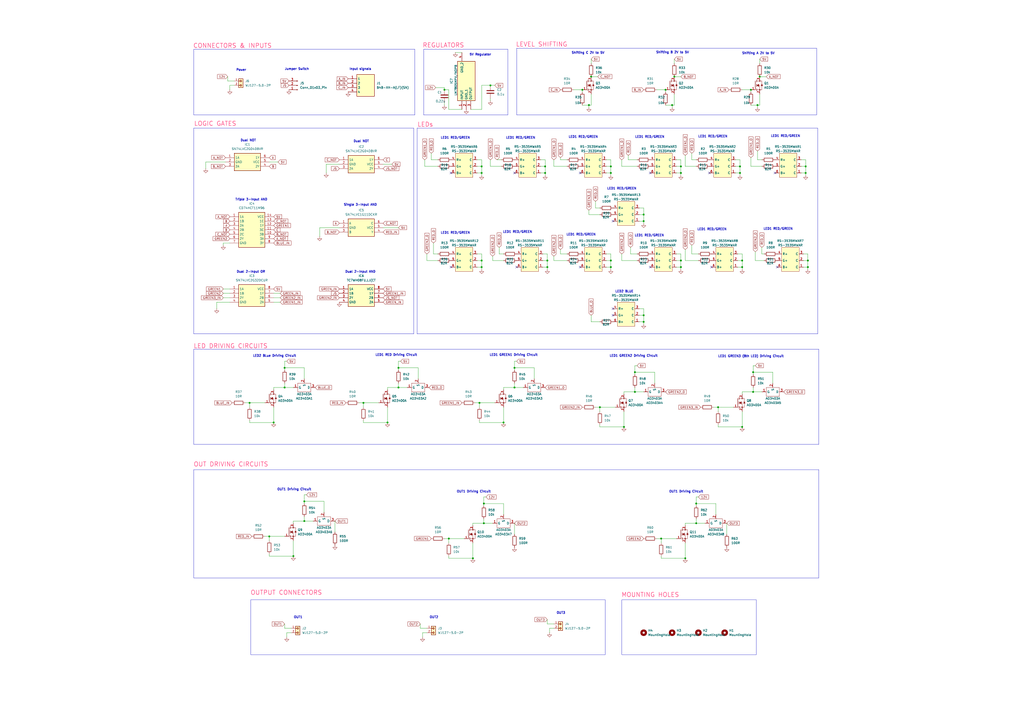
<source format=kicad_sch>
(kicad_sch (version 20231120) (generator "eeschema") (generator_version "8.0")
  (paper "A2")
  (title_block (title "MOSFET-Based LED Logic Controller") (date "2025-03-14") (rev "V0") (company "XO"))
  (junction (at 341.63 60.96))
  (junction (at 156.21 311.15))
  (junction (at 436.88 215.9))
  (junction (at 429.26 100.33))
  (junction (at 279.4 96.52))
  (junction (at 361.95 247.65))
  (junction (at 317.5 154.94))
  (junction (at 231.14 224.79))
  (junction (at 430.53 151.13))
  (junction (at 430.53 247.65))
  (junction (at 436.88 227.33))
  (junction (at 467.36 96.52))
  (junction (at 354.33 100.33))
  (junction (at 403.86 292.1))
  (junction (at 158.75 245.11))
  (junction (at 440.69 44.45))
  (junction (at 435.61 52.07))
  (junction (at 394.97 151.13))
  (junction (at 231.14 213.36))
  (junction (at 280.67 303.53))
  (junction (at 284.48 49.53))
  (junction (at 170.18 322.58))
  (junction (at 210.82 233.68))
  (junction (at 403.86 303.53))
  (junction (at 278.13 233.68))
  (junction (at 416.56 236.22))
  (junction (at 337.82 52.07))
  (junction (at 316.23 96.52))
  (junction (at 279.4 100.33))
  (junction (at 292.1 245.11))
  (junction (at 394.97 100.33))
  (junction (at 176.53 290.83))
  (junction (at 347.98 236.22))
  (junction (at 383.54 312.42))
  (junction (at 368.3 227.33))
  (junction (at 389.89 60.96))
  (junction (at 354.33 154.94))
  (junction (at 394.97 96.52))
  (junction (at 468.63 154.94))
  (junction (at 468.63 151.13))
  (junction (at 368.3 215.9))
  (junction (at 165.1 213.36))
  (junction (at 144.78 233.68))
  (junction (at 317.5 151.13))
  (junction (at 280.67 292.1))
  (junction (at 260.35 312.42))
  (junction (at 316.23 100.33))
  (junction (at 373.38 186.69))
  (junction (at 257.81 52.07))
  (junction (at 176.53 302.26))
  (junction (at 354.33 96.52))
  (junction (at 467.36 100.33))
  (junction (at 224.79 245.11))
  (junction (at 274.32 323.85))
  (junction (at 429.26 96.52))
  (junction (at 391.16 44.45))
  (junction (at 279.4 151.13))
  (junction (at 279.4 154.94))
  (junction (at 165.1 224.79))
  (junction (at 354.33 151.13))
  (junction (at 397.51 323.85))
  (junction (at 373.38 128.27))
  (junction (at 439.42 60.96))
  (junction (at 298.45 213.36))
  (junction (at 298.45 224.79))
  (junction (at 373.38 124.46))
  (junction (at 386.08 52.07))
  (junction (at 430.53 154.94))
  (junction (at 394.97 154.94))
  (junction (at 373.38 182.88))
  (junction (at 342.9 44.45))
  (no_connect (at 261.62 154.94))
  (no_connect (at 449.58 100.33))
  (no_connect (at 336.55 100.33))
  (no_connect (at 355.6 128.27))
  (no_connect (at 355.6 179.07))
  (no_connect (at 450.85 154.94))
  (no_connect (at 299.72 154.94))
  (no_connect (at 261.62 100.33))
  (no_connect (at 377.19 100.33))
  (no_connect (at 412.75 154.94))
  (no_connect (at 411.48 100.33))
  (no_connect (at 336.55 154.94))
  (no_connect (at 377.19 154.94))
  (no_connect (at 298.45 100.33))
  (no_connect (at 355.6 182.88))
  (wire (pts (xy 403.86 292.1) (xy 403.86 288.29)))
  (wire (pts (xy 370.84 186.69) (xy 373.38 186.69)))
  (wire (pts (xy 298.45 209.55) (xy 299.72 209.55)))
  (wire (pts (xy 373.38 186.69) (xy 373.38 182.88)))
  (wire (pts (xy 394.97 154.94) (xy 394.97 151.13)))
  (wire (pts (xy 379.73 222.25) (xy 379.73 215.9)))
  (wire (pts (xy 298.45 213.36) (xy 298.45 209.55)))
  (wire (pts (xy 439.42 60.96) (xy 435.61 60.96)))
  (wire (pts (xy 242.57 213.36) (xy 231.14 213.36)))
  (wire (pts (xy 247.65 151.13) (xy 247.65 147.32)))
  (wire (pts (xy 298.45 214.63) (xy 298.45 213.36)))
  (wire (pts (xy 170.18 313.69) (xy 170.18 322.58)))
  (wire (pts (xy 394.97 92.71) (xy 392.43 92.71)))
  (wire (pts (xy 279.4 101.6) (xy 279.4 100.33)))
  (wire (pts (xy 416.56 236.22) (xy 425.45 236.22)))
  (wire (pts (xy 231.14 213.36) (xy 231.14 209.55)))
  (wire (pts (xy 321.31 151.13) (xy 321.31 148.59)))
  (wire (pts (xy 439.42 62.23) (xy 439.42 60.96)))
  (wire (pts (xy 370.84 128.27) (xy 373.38 128.27)))
  (wire (pts (xy 361.95 247.65) (xy 347.98 247.65)))
  (wire (pts (xy 222.25 132.08) (xy 231.14 132.08)))
  (wire (pts (xy 468.63 151.13) (xy 468.63 147.32)))
  (wire (pts (xy 176.53 290.83) (xy 176.53 287.02)))
  (wire (pts (xy 360.68 96.52) (xy 360.68 92.71)))
  (wire (pts (xy 318.77 364.49) (xy 321.31 364.49)))
  (wire (pts (xy 345.44 120.65) (xy 345.44 116.84)))
  (wire (pts (xy 383.54 312.42) (xy 383.54 314.96)))
  (wire (pts (xy 392.43 100.33) (xy 394.97 100.33)))
  (wire (pts (xy 328.93 147.32) (xy 325.12 147.32)))
  (wire (pts (xy 467.36 96.52) (xy 467.36 92.71)))
  (wire (pts (xy 278.13 233.68) (xy 287.02 233.68)))
  (wire (pts (xy 280.67 292.1) (xy 280.67 288.29)))
  (wire (pts (xy 129.54 167.64) (xy 133.35 167.64)))
  (wire (pts (xy 245.11 369.57) (xy 245.11 367.03)))
  (wire (pts (xy 368.3 215.9) (xy 368.3 212.09)))
  (wire (pts (xy 373.38 187.96) (xy 373.38 186.69)))
  (wire (pts (xy 231.14 209.55) (xy 232.41 209.55)))
  (wire (pts (xy 341.63 62.23) (xy 341.63 60.96)))
  (wire (pts (xy 292.1 224.79) (xy 292.1 226.06)))
  (wire (pts (xy 373.38 179.07) (xy 370.84 179.07)))
  (wire (pts (xy 313.69 100.33) (xy 316.23 100.33)))
  (wire (pts (xy 292.1 298.45) (xy 292.1 292.1)))
  (wire (pts (xy 279.4 147.32) (xy 276.86 147.32)))
  (wire (pts (xy 156.21 322.58) (xy 156.21 321.31)))
  (wire (pts (xy 284.48 96.52) (xy 284.48 92.71)))
  (wire (pts (xy 401.32 92.71) (xy 401.32 88.9)))
  (wire (pts (xy 435.61 96.52) (xy 435.61 91.44)))
  (wire (pts (xy 354.33 154.94) (xy 354.33 151.13)))
  (wire (pts (xy 165.1 209.55) (xy 166.37 209.55)))
  (wire (pts (xy 430.53 52.07) (xy 435.61 52.07)))
  (wire (pts (xy 439.42 60.96) (xy 440.69 60.96)))
  (wire (pts (xy 391.16 34.29) (xy 391.16 36.83)))
  (wire (pts (xy 274.32 314.96) (xy 274.32 323.85)))
  (wire (pts (xy 448.31 215.9) (xy 436.88 215.9)))
  (wire (pts (xy 466.09 151.13) (xy 468.63 151.13)))
  (wire (pts (xy 317.5 156.21) (xy 317.5 154.94)))
  (wire (pts (xy 351.79 100.33) (xy 354.33 100.33)))
  (wire (pts (xy 369.57 92.71) (xy 364.49 92.71)))
  (wire (pts (xy 467.36 92.71) (xy 464.82 92.71)))
  (wire (pts (xy 361.95 238.76) (xy 361.95 247.65)))
  (wire (pts (xy 351.79 96.52) (xy 354.33 96.52)))
  (wire (pts (xy 368.3 224.79) (xy 368.3 227.33)))
  (wire (pts (xy 468.63 156.21) (xy 468.63 154.94)))
  (wire (pts (xy 342.9 44.45) (xy 346.71 44.45)))
  (wire (pts (xy 381 52.07) (xy 386.08 52.07)))
  (wire (pts (xy 347.98 247.65) (xy 347.98 246.38)))
  (wire (pts (xy 309.88 219.71) (xy 309.88 213.36)))
  (wire (pts (xy 252.73 50.8) (xy 257.81 50.8)))
  (wire (pts (xy 464.82 96.52) (xy 467.36 96.52)))
  (wire (pts (xy 354.33 101.6) (xy 354.33 100.33)))
  (wire (pts (xy 156.21 93.98) (xy 161.29 93.98)))
  (wire (pts (xy 176.53 219.71) (xy 176.53 213.36)))
  (wire (pts (xy 430.53 247.65) (xy 416.56 247.65)))
  (wire (pts (xy 292.1 292.1) (xy 280.67 292.1)))
  (wire (pts (xy 210.82 245.11) (xy 210.82 243.84)))
  (wire (pts (xy 341.63 60.96) (xy 342.9 60.96)))
  (wire (pts (xy 394.97 156.21) (xy 394.97 154.94)))
  (wire (pts (xy 243.84 361.95) (xy 243.84 364.49)))
  (wire (pts (xy 170.18 302.26) (xy 170.18 303.53)))
  (wire (pts (xy 403.86 92.71) (xy 401.32 92.71)))
  (wire (pts (xy 436.88 212.09) (xy 438.15 212.09)))
  (wire (pts (xy 288.29 92.71) (xy 290.83 92.71)))
  (wire (pts (xy 392.43 154.94) (xy 394.97 154.94)))
  (wire (pts (xy 231.14 222.25) (xy 231.14 224.79)))
  (wire (pts (xy 325.12 147.32) (xy 325.12 144.78)))
  (wire (pts (xy 370.84 182.88) (xy 373.38 182.88)))
  (wire (pts (xy 397.51 323.85) (xy 383.54 323.85)))
  (wire (pts (xy 332.74 52.07) (xy 337.82 52.07)))
  (wire (pts (xy 185.42 132.08) (xy 185.42 137.16)))
  (wire (pts (xy 210.82 233.68) (xy 219.71 233.68)))
  (wire (pts (xy 280.67 293.37) (xy 280.67 292.1)))
  (wire (pts (xy 292.1 245.11) (xy 278.13 245.11)))
  (wire (pts (xy 280.67 303.53) (xy 274.32 303.53)))
  (wire (pts (xy 354.33 156.21) (xy 354.33 154.94)))
  (wire (pts (xy 245.11 367.03) (xy 247.65 367.03)))
  (wire (pts (xy 342.9 54.61) (xy 342.9 60.96)))
  (wire (pts (xy 426.72 100.33) (xy 429.26 100.33)))
  (wire (pts (xy 347.98 236.22) (xy 347.98 238.76)))
  (wire (pts (xy 368.3 212.09) (xy 369.57 212.09)))
  (wire (pts (xy 194.31 308.61) (xy 194.31 302.26)))
  (wire (pts (xy 394.97 147.32) (xy 392.43 147.32)))
  (wire (pts (xy 328.93 151.13) (xy 321.31 151.13)))
  (wire (pts (xy 231.14 214.63) (xy 231.14 213.36)))
  (wire (pts (xy 360.68 151.13) (xy 360.68 147.32)))
  (wire (pts (xy 403.86 96.52) (xy 397.51 96.52)))
  (wire (pts (xy 347.98 236.22) (xy 356.87 236.22)))
  (wire (pts (xy 408.94 303.53) (xy 403.86 303.53)))
  (wire (pts (xy 342.9 186.69) (xy 342.9 182.88)))
  (wire (pts (xy 125.73 175.26) (xy 125.73 179.07)))
  (wire (pts (xy 389.89 62.23) (xy 389.89 60.96)))
  (wire (pts (xy 426.72 96.52) (xy 429.26 96.52)))
  (wire (pts (xy 394.97 101.6) (xy 394.97 100.33)))
  (wire (pts (xy 279.4 49.53) (xy 284.48 49.53)))
  (wire (pts (xy 264.16 30.48) (xy 267.97 30.48)))
  (wire (pts (xy 381 312.42) (xy 383.54 312.42)))
  (wire (pts (xy 415.29 292.1) (xy 403.86 292.1)))
  (wire (pts (xy 165.1 222.25) (xy 165.1 224.79)))
  (wire (pts (xy 156.21 311.15) (xy 165.1 311.15)))
  (wire (pts (xy 397.51 303.53) (xy 397.51 304.8)))
  (wire (pts (xy 257.81 312.42) (xy 260.35 312.42)))
  (wire (pts (xy 313.69 96.52) (xy 316.23 96.52)))
  (wire (pts (xy 208.28 233.68) (xy 210.82 233.68)))
  (wire (pts (xy 166.37 367.03) (xy 168.91 367.03)))
  (wire (pts (xy 392.43 151.13) (xy 394.97 151.13)))
  (wire (pts (xy 187.96 290.83) (xy 176.53 290.83)))
  (wire (pts (xy 166.37 369.57) (xy 166.37 367.03)))
  (wire (pts (xy 158.75 172.72) (xy 162.56 172.72)))
  (wire (pts (xy 364.49 92.71) (xy 364.49 90.17)))
  (wire (pts (xy 427.99 154.94) (xy 430.53 154.94)))
  (wire (pts (xy 440.69 54.61) (xy 440.69 60.96)))
  (wire (pts (xy 292.1 147.32) (xy 289.56 147.32)))
  (wire (pts (xy 133.35 52.07) (xy 133.35 49.53)))
  (wire (pts (xy 347.98 124.46) (xy 341.63 124.46)))
  (wire (pts (xy 279.4 156.21) (xy 279.4 154.94)))
  (wire (pts (xy 317.5 151.13) (xy 317.5 147.32)))
  (wire (pts (xy 196.85 132.08) (xy 185.42 132.08)))
  (wire (pts (xy 176.53 302.26) (xy 170.18 302.26)))
  (wire (pts (xy 405.13 151.13) (xy 397.51 151.13)))
  (wire (pts (xy 298.45 222.25) (xy 298.45 224.79)))
  (wire (pts (xy 187.96 297.18) (xy 187.96 290.83)))
  (wire (pts (xy 354.33 96.52) (xy 354.33 92.71)))
  (wire (pts (xy 231.14 224.79) (xy 224.79 224.79)))
  (wire (pts (xy 314.96 154.94) (xy 317.5 154.94)))
  (wire (pts (xy 119.38 93.98) (xy 119.38 97.79)))
  (wire (pts (xy 466.09 154.94) (xy 468.63 154.94)))
  (wire (pts (xy 430.53 154.94) (xy 430.53 151.13)))
  (wire (pts (xy 165.1 361.95) (xy 165.1 364.49)))
  (wire (pts (xy 246.38 96.52) (xy 246.38 92.71)))
  (wire (pts (xy 373.38 182.88) (xy 373.38 179.07)))
  (wire (pts (xy 181.61 302.26) (xy 176.53 302.26)))
  (wire (pts (xy 414.02 236.22) (xy 416.56 236.22)))
  (wire (pts (xy 250.19 92.71) (xy 250.19 88.9)))
  (wire (pts (xy 279.4 92.71) (xy 276.86 92.71)))
  (wire (pts (xy 365.76 147.32) (xy 365.76 143.51)))
  (wire (pts (xy 416.56 236.22) (xy 416.56 238.76)))
  (wire (pts (xy 158.75 224.79) (xy 158.75 226.06)))
  (wire (pts (xy 427.99 151.13) (xy 430.53 151.13)))
  (wire (pts (xy 468.63 147.32) (xy 466.09 147.32)))
  (wire (pts (xy 165.1 224.79) (xy 158.75 224.79)))
  (wire (pts (xy 441.96 227.33) (xy 436.88 227.33)))
  (wire (pts (xy 257.81 52.07) (xy 257.81 50.8)))
  (wire (pts (xy 354.33 147.32) (xy 351.79 147.32)))
  (wire (pts (xy 403.86 293.37) (xy 403.86 292.1)))
  (wire (pts (xy 274.32 323.85) (xy 260.35 323.85)))
  (wire (pts (xy 278.13 245.11) (xy 278.13 243.84)))
  (wire (pts (xy 170.18 322.58) (xy 156.21 322.58)))
  (wire (pts (xy 133.35 49.53) (xy 135.89 49.53)))
  (wire (pts (xy 254 151.13) (xy 247.65 151.13)))
  (wire (pts (xy 429.26 101.6) (xy 429.26 100.33)))
  (wire (pts (xy 132.08 44.45) (xy 132.08 46.99)))
  (wire (pts (xy 280.67 300.99) (xy 280.67 303.53)))
  (wire (pts (xy 133.35 175.26) (xy 125.73 175.26)))
  (wire (pts (xy 468.63 154.94) (xy 468.63 151.13)))
  (wire (pts (xy 129.54 172.72) (xy 133.35 172.72)))
  (wire (pts (xy 153.67 311.15) (xy 156.21 311.15)))
  (wire (pts (xy 373.38 120.65) (xy 370.84 120.65)))
  (wire (pts (xy 279.4 96.52) (xy 279.4 92.71)))
  (wire (pts (xy 401.32 147.32) (xy 401.32 142.24)))
  (wire (pts (xy 132.08 46.99) (xy 135.89 46.99)))
  (wire (pts (xy 436.88 217.17) (xy 436.88 215.9)))
  (wire (pts (xy 224.79 236.22) (xy 224.79 245.11)))
  (wire (pts (xy 316.23 100.33) (xy 316.23 96.52)))
  (wire (pts (xy 242.57 219.71) (xy 242.57 213.36)))
  (wire (pts (xy 189.23 95.25) (xy 189.23 100.33)))
  (wire (pts (xy 345.44 236.22) (xy 347.98 236.22)))
  (wire (pts (xy 298.45 309.88) (xy 298.45 303.53)))
  (wire (pts (xy 284.48 57.15) (xy 284.48 58.42)))
  (wire (pts (xy 397.51 151.13) (xy 397.51 144.78)))
  (wire (pts (xy 260.35 312.42) (xy 260.35 314.96)))
  (wire (pts (xy 222.25 95.25) (xy 227.33 95.25)))
  (wire (pts (xy 368.3 227.33) (xy 361.95 227.33)))
  (wire (pts (xy 436.88 215.9) (xy 436.88 212.09)))
  (wire (pts (xy 144.78 233.68) (xy 144.78 236.22)))
  (wire (pts (xy 243.84 364.49) (xy 247.65 364.49)))
  (wire (pts (xy 156.21 311.15) (xy 156.21 313.69)))
  (wire (pts (xy 257.81 59.69) (xy 257.81 60.96)))
  (wire (pts (xy 405.13 147.32) (xy 401.32 147.32)))
  (wire (pts (xy 397.51 96.52) (xy 397.51 90.17)))
  (wire (pts (xy 403.86 300.99) (xy 403.86 303.53)))
  (wire (pts (xy 280.67 288.29) (xy 281.94 288.29)))
  (wire (pts (xy 289.56 147.32) (xy 289.56 143.51)))
  (wire (pts (xy 354.33 92.71) (xy 351.79 92.71)))
  (wire (pts (xy 285.75 151.13) (xy 285.75 148.59)))
  (wire (pts (xy 317.5 361.95) (xy 321.31 361.95)))
  (wire (pts (xy 292.1 236.22) (xy 292.1 245.11)))
  (wire (pts (xy 389.89 60.96) (xy 386.08 60.96)))
  (wire (pts (xy 464.82 100.33) (xy 467.36 100.33)))
  (wire (pts (xy 325.12 92.71) (xy 325.12 91.44)))
  (wire (pts (xy 290.83 96.52) (xy 284.48 96.52)))
  (wire (pts (xy 279.4 100.33) (xy 279.4 96.52)))
  (wire (pts (xy 394.97 151.13) (xy 394.97 147.32)))
  (wire (pts (xy 321.31 92.71) (xy 321.31 96.52)))
  (wire (pts (xy 440.69 34.29) (xy 440.69 36.83)))
  (wire (pts (xy 394.97 100.33) (xy 394.97 96.52)))
  (wire (pts (xy 224.79 224.79) (xy 224.79 226.06)))
  (wire (pts (xy 430.53 238.76) (xy 430.53 247.65)))
  (wire (pts (xy 275.59 233.68) (xy 278.13 233.68)))
  (wire (pts (xy 370.84 124.46) (xy 373.38 124.46)))
  (wire (pts (xy 403.86 288.29) (xy 405.13 288.29)))
  (wire (pts (xy 467.36 101.6) (xy 467.36 100.33)))
  (wire (pts (xy 341.63 124.46) (xy 341.63 121.92)))
  (wire (pts (xy 438.15 151.13) (xy 438.15 146.05)))
  (wire (pts (xy 254 92.71) (xy 250.19 92.71)))
  (wire (pts (xy 439.42 92.71) (xy 439.42 87.63)))
  (wire (pts (xy 292.1 151.13) (xy 285.75 151.13)))
  (wire (pts (xy 316.23 101.6) (xy 316.23 100.33)))
  (wire (pts (xy 129.54 140.97) (xy 129.54 142.24)))
  (wire (pts (xy 176.53 299.72) (xy 176.53 302.26)))
  (wire (pts (xy 276.86 154.94) (xy 279.4 154.94)))
  (wire (pts (xy 430.53 227.33) (xy 430.53 228.6)))
  (wire (pts (xy 165.1 214.63) (xy 165.1 213.36)))
  (wire (pts (xy 416.56 247.65) (xy 416.56 246.38)))
  (wire (pts (xy 298.45 224.79) (xy 292.1 224.79)))
  (wire (pts (xy 279.4 154.94) (xy 279.4 151.13)))
  (wire (pts (xy 158.75 175.26) (xy 162.56 175.26)))
  (wire (pts (xy 142.24 233.68) (xy 144.78 233.68)))
  (wire (pts (xy 129.54 170.18) (xy 133.35 170.18)))
  (wire (pts (xy 254 96.52) (xy 246.38 96.52)))
  (wire (pts (xy 158.75 245.11) (xy 144.78 245.11)))
  (wire (pts (xy 389.89 60.96) (xy 391.16 60.96)))
  (wire (pts (xy 429.26 96.52) (xy 429.26 92.71)))
  (wire (pts (xy 342.9 34.29) (xy 342.9 36.83)))
  (wire (pts (xy 441.96 143.51) (xy 441.96 147.32)))
  (wire (pts (xy 430.53 151.13) (xy 430.53 147.32)))
  (wire (pts (xy 165.1 364.49) (xy 168.91 364.49)))
  (wire (pts (xy 397.51 314.96) (xy 397.51 323.85)))
  (wire (pts (xy 443.23 151.13) (xy 438.15 151.13)))
  (wire (pts (xy 317.5 359.41) (xy 317.5 361.95)))
  (wire (pts (xy 273.05 63.5) (xy 279.4 63.5)))
  (wire (pts (xy 369.57 96.52) (xy 360.68 96.52)))
  (wire (pts (xy 144.78 245.11) (xy 144.78 243.84)))
  (wire (pts (xy 430.53 156.21) (xy 430.53 154.94)))
  (wire (pts (xy 317.5 154.94) (xy 317.5 151.13)))
  (wire (pts (xy 309.88 213.36) (xy 298.45 213.36)))
  (wire (pts (xy 170.18 224.79) (xy 165.1 224.79)))
  (wire (pts (xy 351.79 151.13) (xy 354.33 151.13)))
  (wire (pts (xy 276.86 96.52) (xy 279.4 96.52)))
  (wire (pts (xy 443.23 147.32) (xy 441.96 147.32)))
  (wire (pts (xy 391.16 54.61) (xy 391.16 60.96)))
  (wire (pts (xy 373.38 227.33) (xy 368.3 227.33)))
  (wire (pts (xy 130.81 93.98) (xy 119.38 93.98)))
  (wire (pts (xy 440.69 44.45) (xy 444.5 44.45)))
  (wire (pts (xy 429.26 92.71) (xy 426.72 92.71)))
  (wire (pts (xy 337.82 52.07) (xy 337.82 53.34)))
  (wire (pts (xy 386.08 52.07) (xy 386.08 53.34)))
  (wire (pts (xy 276.86 151.13) (xy 279.4 151.13)))
  (wire (pts (xy 278.13 233.68) (xy 278.13 236.22)))
  (wire (pts (xy 361.95 227.33) (xy 361.95 228.6)))
  (wire (pts (xy 284.48 49.53) (xy 287.02 49.53)))
  (wire (pts (xy 347.98 120.65) (xy 345.44 120.65)))
  (wire (pts (xy 383.54 312.42) (xy 392.43 312.42)))
  (wire (pts (xy 429.26 100.33) (xy 429.26 96.52)))
  (wire (pts (xy 317.5 147.32) (xy 314.96 147.32)))
  (wire (pts (xy 318.77 367.03) (xy 318.77 364.49)))
  (wire (pts (xy 251.46 147.32) (xy 251.46 140.97)))
  (wire (pts (xy 314.96 151.13) (xy 317.5 151.13)))
  (wire (pts (xy 373.38 124.46) (xy 373.38 120.65)))
  (wire (pts (xy 176.53 213.36) (xy 165.1 213.36)))
  (wire (pts (xy 274.32 303.53) (xy 274.32 304.8)))
  (wire (pts (xy 435.61 52.07) (xy 435.61 53.34)))
  (wire (pts (xy 260.35 63.5) (xy 260.35 52.07)))
  (wire (pts (xy 467.36 100.33) (xy 467.36 96.52)))
  (wire (pts (xy 347.98 186.69) (xy 342.9 186.69)))
  (wire (pts (xy 354.33 151.13) (xy 354.33 147.32)))
  (wire (pts (xy 448.31 222.25) (xy 448.31 215.9)))
  (wire (pts (xy 430.53 147.32) (xy 427.99 147.32)))
  (wire (pts (xy 394.97 96.52) (xy 394.97 92.71)))
  (wire (pts (xy 341.63 60.96) (xy 337.82 60.96)))
  (wire (pts (xy 176.53 287.02) (xy 177.8 287.02)))
  (wire (pts (xy 285.75 303.53) (xy 280.67 303.53)))
  (wire (pts (xy 351.79 154.94) (xy 354.33 154.94)))
  (wire (pts (xy 144.78 233.68) (xy 153.67 233.68)))
  (wire (pts (xy 383.54 323.85) (xy 383.54 322.58)))
  (wire (pts (xy 254 147.32) (xy 251.46 147.32)))
  (wire (pts (xy 236.22 224.79) (xy 231.14 224.79)))
  (wire (pts (xy 436.88 227.33) (xy 430.53 227.33)))
  (wire (pts (xy 368.3 217.17) (xy 368.3 215.9)))
  (wire (pts (xy 421.64 309.88) (xy 421.64 303.53)))
  (wire (pts (xy 176.53 292.1) (xy 176.53 290.83)))
  (wire (pts (xy 224.79 245.11) (xy 210.82 245.11)))
  (wire (pts (xy 369.57 151.13) (xy 360.68 151.13)))
  (wire (pts (xy 354.33 100.33) (xy 354.33 96.52)))
  (wire (pts (xy 316.23 92.71) (xy 313.69 92.71)))
  (wire (pts (xy 165.1 213.36) (xy 165.1 209.55)))
  (wire (pts (xy 391.16 44.45) (xy 394.97 44.45)))
  (wire (pts (xy 260.35 312.42) (xy 269.24 312.42)))
  (wire (pts (xy 441.96 92.71) (xy 439.42 92.71)))
  (wire (pts (xy 328.93 96.52) (xy 321.31 96.52)))
  (wire (pts (xy 257.81 52.07) (xy 260.35 52.07)))
  (wire (pts (xy 441.96 96.52) (xy 435.61 96.52)))
  (wire (pts (xy 379.73 215.9) (xy 368.3 215.9)))
  (wire (pts (xy 267.97 63.5) (xy 260.35 63.5)))
  (wire (pts (xy 279.4 151.13) (xy 279.4 147.32)))
  (wire (pts (xy 328.93 92.71) (xy 325.12 92.71)))
  (wire (pts (xy 369.57 147.32) (xy 365.76 147.32)))
  (wire (pts (xy 196.85 95.25) (xy 189.23 95.25)))
  (wire (pts (xy 373.38 128.27) (xy 373.38 124.46)))
  (wire (pts (xy 260.35 323.85) (xy 260.35 322.58)))
  (wire (pts (xy 276.86 100.33) (xy 279.4 100.33)))
  (wire (pts (xy 373.38 129.54) (xy 373.38 128.27)))
  (wire (pts (xy 316.23 96.52) (xy 316.23 92.71)))
  (wire (pts (xy 303.53 224.79) (xy 298.45 224.79)))
  (wire (pts (xy 279.4 63.5) (xy 279.4 49.53)))
  (wire (pts (xy 415.29 298.45) (xy 415.29 292.1)))
  (wire (pts (xy 158.75 170.18) (xy 162.56 170.18)))
  (wire (pts (xy 392.43 96.52) (xy 394.97 96.52)))
  (wire (pts (xy 129.54 140.97) (xy 133.35 140.97)))
  (wire (pts (xy 158.75 236.22) (xy 158.75 245.11)))
  (wire (pts (xy 403.86 303.53) (xy 397.51 303.53)))
  (wire (pts (xy 436.88 224.79) (xy 436.88 227.33)))
  (wire (pts (xy 210.82 233.68) (xy 210.82 236.22)))
  (rectangle (start 112.395 202.565) (end 474.98 257.81))
  (rectangle (start 145.415 347.98) (end 351.155 379.73))
  (rectangle (start 299.72 27.94) (end 473.71 66.675))
  (rectangle (start 112.395 272.415) (end 474.98 335.28))
  (rectangle (start 245.745 28.575) (end 294.64 66.675))
  (rectangle (start 112.395 74.295) (end 240.03 193.675))
  (rectangle (start 360.68 347.98) (end 438.785 379.73))
  (rectangle (start 241.935 74.295) (end 474.345 193.675))
  (rectangle (start 112.395 28.575) (end 240.665 66.675))
  (text "LED1 RED/GREEN" (at 338.328 79.502 0) (effects (font (size 1.27 1.27) (thickness 0.254) (bold yes))))
  (text "Power" (at 139.954 40.64 0) (effects (font (size 1.27 1.27) (thickness 0.254) (bold yes))))
  (text "LED1 RED/GREEN" (at 302.006 80.01 0) (effects (font (size 1.27 1.27) (thickness 0.254) (bold yes))))
  (text "LED1 RED/GREEN" (at 300.228 134.62 0) (effects (font (size 1.27 1.27) (thickness 0.254) (bold yes))))
  (text "LED1 GREEN1 Driving Circuit" (at 297.942 205.994 0) (effects (font (size 1.27 1.27) (thickness 0.254) (bold yes))))
  (text "OUT1" (at 172.974 358.14 0) (effects (font (size 1.27 1.27) (thickness 0.254) (bold yes))))
  (text "Dual NOT" (at 209.55 82.042 0) (effects (font (size 1.27 1.27) (thickness 0.254) (bold yes))))
  (text "LOGIC GATES" (at 112.522 71.882 0) (effects (font (size 2.54 2.54) (thickness 0.254) (bold yes)) (justify left)))
  (text "LEDs" (at 242.062 72.39 0) (effects (font (size 2.54 2.54) (thickness 0.254) (bold yes)) (justify left)))
  (text "LED DRIVING CIRCUITS" (at 112.268 200.914 0) (effects (font (size 2.54 2.54) (thickness 0.254) (bold yes)) (justify left)))
  (text "LED1 RED/GREEN" (at 376.936 79.502 0) (effects (font (size 1.27 1.27) (thickness 0.254) (bold yes))))
  (text "OUTPUT CONNECTORS" (at 145.288 343.916 0) (effects (font (size 2.54 2.54) (thickness 0.254) (bold yes)) (justify left)))
  (text "LED1 RED/GREEN" (at 337.058 136.144 0) (effects (font (size 1.27 1.27) (thickness 0.254) (bold yes))))
  (text "LED1 RED/GREEN" (at 413.512 79.248 0) (effects (font (size 1.27 1.27) (thickness 0.254) (bold yes))))
  (text "LED1 RED/GREEN" (at 264.16 80.01 0) (effects (font (size 1.27 1.27) (thickness 0.254) (bold yes))))
  (text "LED1 RED/GREEN" (at 413.004 133.096 0) (effects (font (size 1.27 1.27) (thickness 0.254) (bold yes))))
  (text "Single 3-Input AND" (at 209.042 118.872 0) (effects (font (size 1.27 1.27) (thickness 0.254) (bold yes))))
  (text "CONNECTORS & INPUTS" (at 112.014 26.67 0) (effects (font (size 2.54 2.54) (thickness 0.254) (bold yes)) (justify left)))
  (text "Dual 2-Input OR" (at 145.542 157.734 0) (effects (font (size 1.27 1.27) (thickness 0.254) (bold yes))))
  (text "Shifting A 2V to 5V" (at 439.928 30.988 0) (effects (font (size 1.27 1.27) (thickness 0.254) (bold yes))))
  (text "LED1 RED/GREEN" (at 451.358 132.842 0) (effects (font (size 1.27 1.27) (thickness 0.254) (bold yes))))
  (text "LED1 RED/GREEN" (at 264.16 135.128 0) (effects (font (size 1.27 1.27) (thickness 0.254) (bold yes))))
  (text "LED1 RED Driving Circuit" (at 229.87 205.994 0) (effects (font (size 1.27 1.27) (thickness 0.254) (bold yes))))
  (text "LED2 BLUE" (at 362.204 169.164 0) (effects (font (size 1.27 1.27) (thickness 0.254) (bold yes))))
  (text "LED2 BLue Driving Circuit" (at 159.258 206.502 0) (effects (font (size 1.27 1.27) (thickness 0.254) (bold yes))))
  (text "Shifting C 2V to 5V" (at 341.122 30.734 0) (effects (font (size 1.27 1.27) (thickness 0.254) (bold yes))))
  (text "OUT1 Driving Circuit" (at 274.828 285.242 0) (effects (font (size 1.27 1.27) (thickness 0.254) (bold yes))))
  (text "LED1 GREEN3 (8th LED) Driving Circuit" (at 435.61 206.756 0) (effects (font (size 1.27 1.27) (thickness 0.254) (bold yes))))
  (text "OUT3" (at 325.374 355.6 0) (effects (font (size 1.27 1.27) (thickness 0.254) (bold yes))))
  (text "LEVEL SHIFTING" (at 299.212 25.908 0) (effects (font (size 2.54 2.54) (thickness 0.254) (bold yes)) (justify left)))
  (text "Dual 2-Input AND" (at 209.042 157.734 0) (effects (font (size 1.27 1.27) (thickness 0.254) (bold yes))))
  (text "MOUNTING HOLES" (at 360.426 345.186 0) (effects (font (size 2.54 2.54) (thickness 0.254) (bold yes)) (justify left)))
  (text "LED1 GREEN2 Driving Circuit" (at 367.538 206.502 0) (effects (font (size 1.27 1.27) (thickness 0.254) (bold yes))))
  (text "Dual NOT" (at 144.018 81.534 0) (effects (font (size 1.27 1.27) (thickness 0.254) (bold yes))))
  (text "OUT1 Driving Circuit" (at 170.688 283.972 0) (effects (font (size 1.27 1.27) (thickness 0.254) (bold yes))))
  (text "OUT DRIVING CIRCUITS" (at 112.268 269.494 0) (effects (font (size 2.54 2.54) (thickness 0.254) (bold yes)) (justify left)))
  (text "OUT1 Driving Circuit" (at 398.018 285.242 0) (effects (font (size 1.27 1.27) (thickness 0.254) (bold yes))))
  (text "LED1 RED/GREEN" (at 360.68 109.474 0) (effects (font (size 1.27 1.27) (thickness 0.254) (bold yes))))
  (text "OUT2" (at 251.714 358.14 0) (effects (font (size 1.27 1.27) (thickness 0.254) (bold yes))))
  (text "Shifting B 2V to 5V" (at 390.144 30.48 0) (effects (font (size 1.27 1.27) (thickness 0.254) (bold yes))))
  (text "LED1 RED/GREEN" (at 376.682 136.652 0) (effects (font (size 1.27 1.27) (thickness 0.254) (bold yes))))
  (text "Input signals" (at 209.042 40.132 0) (effects (font (size 1.27 1.27) (thickness 0.254) (bold yes))))
  (text "5V Regulator" (at 278.638 31.75 0) (effects (font (size 1.27 1.27) (thickness 0.254) (bold yes))))
  (text "Triple 3-Input AND" (at 145.796 115.824 0) (effects (font (size 1.27 1.27) (thickness 0.254) (bold yes))))
  (text "Jumper Switch" (at 172.212 40.132 0) (effects (font (size 1.27 1.27) (thickness 0.254) (bold yes))))
  (text "REGULATORS" (at 245.11 26.416 0) (effects (font (size 2.54 2.54) (thickness 0.254) (bold yes)) (justify left)))
  (text "LED1 RED/GREEN" (at 455.676 78.994 0) (effects (font (size 1.27 1.27) (thickness 0.254) (bold yes))))
  (global_label "GREEN2_O" (shape input) (at 360.68 147.32 90) (property "Intersheetrefs" "${INTERSHEET_REFS}" (effects (hide yes))))
  (global_label "GREEN1_O" (shape input) (at 397.51 90.17 90) (property "Intersheetrefs" "${INTERSHEET_REFS}" (effects (hide yes))))
  (global_label "JS_NOT" (shape input) (at 222.25 172.72 0) (property "Intersheetrefs" "${INTERSHEET_REFS}" (effects (hide yes))))
  (global_label "RED_O" (shape input) (at 288.29 92.71 90) (property "Intersheetrefs" "${INTERSHEET_REFS}" (effects (hide yes))))
  (global_label "GREEN1_IN" (shape input) (at 222.25 170.18 0) (property "Intersheetrefs" "${INTERSHEET_REFS}" (effects (hide yes))))
  (global_label "GREEN2" (shape input) (at 133.35 138.43 180) (property "Intersheetrefs" "${INTERSHEET_REFS}" (effects (hide yes))))
  (global_label "GREEN_IN" (shape input) (at 222.25 175.26 0) (property "Intersheetrefs" "${INTERSHEET_REFS}" (effects (hide yes))))
  (global_label "GREEN1_O" (shape input) (at 435.61 91.44 90) (property "Intersheetrefs" "${INTERSHEET_REFS}" (effects (hide yes))))
  (global_label "B_IN" (shape input) (at 373.38 52.07 180) (property "Intersheetrefs" "${INTERSHEET_REFS}" (effects (hide yes))))
  (global_label "5V" (shape input) (at 227.33 95.25 0) (property "Intersheetrefs" "${INTERSHEET_REFS}" (effects (hide yes))))
  (global_label "C_NOT" (shape input) (at 346.71 44.45 0) (property "Intersheetrefs" "${INTERSHEET_REFS}" (effects (hide yes))))
  (global_label "B" (shape input) (at 133.35 133.35 180) (property "Intersheetrefs" "${INTERSHEET_REFS}" (effects (hide yes))))
  (global_label "GREEN3_IN" (shape input) (at 406.4 236.22 180) (property "Intersheetrefs" "${INTERSHEET_REFS}" (effects (hide yes))))
  (global_label "RED_IN" (shape input) (at 222.25 134.62 0) (property "Intersheetrefs" "${INTERSHEET_REFS}" (effects (hide yes))))
  (global_label "GREEN1_IN" (shape input) (at 162.56 175.26 0) (property "Intersheetrefs" "${INTERSHEET_REFS}" (effects (hide yes))))
  (global_label "C_NOT" (shape input) (at 222.25 129.54 0) (property "Intersheetrefs" "${INTERSHEET_REFS}" (effects (hide yes))))
  (global_label "RED_IN" (shape input) (at 146.05 311.15 180) (property "Intersheetrefs" "${INTERSHEET_REFS}" (effects (hide yes))))
  (global_label "B_NOT" (shape input) (at 196.85 134.62 180) (property "Intersheetrefs" "${INTERSHEET_REFS}" (effects (hide yes))))
  (global_label "12V" (shape input) (at 281.94 288.29 0) (property "Intersheetrefs" "${INTERSHEET_REFS}" (effects (hide yes))))
  (global_label "GREEN_IN" (shape input) (at 162.56 170.18 0) (property "Intersheetrefs" "${INTERSHEET_REFS}" (effects (hide yes))))
  (global_label "JS" (shape input) (at 196.85 97.79 180) (property "Intersheetrefs" "${INTERSHEET_REFS}" (effects (hide yes))))
  (global_label "GREEN2_O" (shape input) (at 397.51 144.78 90) (property "Intersheetrefs" "${INTERSHEET_REFS}" (effects (hide yes))))
  (global_label "GREEN2_IN" (shape input) (at 162.56 172.72 0) (property "Intersheetrefs" "${INTERSHEET_REFS}" (effects (hide yes))))
  (global_label "GREEN3_O" (shape input) (at 341.63 121.92 90) (property "Intersheetrefs" "${INTERSHEET_REFS}" (effects (hide yes))))
  (global_label "5V" (shape input) (at 438.15 212.09 0) (property "Intersheetrefs" "${INTERSHEET_REFS}" (effects (hide yes))))
  (global_label "C_NOT" (shape input) (at 133.35 135.89 180) (property "Intersheetrefs" "${INTERSHEET_REFS}" (effects (hide yes))))
  (global_label "JS" (shape input) (at 167.64 49.53 180) (property "Intersheetrefs" "${INTERSHEET_REFS}" (effects (hide yes))))
  (global_label "5V" (shape input) (at 167.64 46.99 180) (property "Intersheetrefs" "${INTERSHEET_REFS}" (effects (hide yes))))
  (global_label "GREEN1" (shape input) (at 129.54 167.64 180) (property "Intersheetrefs" "${INTERSHEET_REFS}" (effects (hide yes))))
  (global_label "12V" (shape input) (at 405.13 288.29 0) (property "Intersheetrefs" "${INTERSHEET_REFS}" (effects (hide yes))))
  (global_label "GREEN3_O" (shape input) (at 454.66 227.33 0) (property "Intersheetrefs" "${INTERSHEET_REFS}" (effects (hide yes))))
  (global_label "C_IN" (shape input) (at 325.12 52.07 180) (property "Intersheetrefs" "${INTERSHEET_REFS}" (effects (hide yes))))
  (global_label "B_IN" (shape input) (at 201.93 48.26 180) (property "Intersheetrefs" "${INTERSHEET_REFS}" (effects (hide yes))))
  (global_label "RED_O" (shape input) (at 401.32 142.24 90) (property "Intersheetrefs" "${INTERSHEET_REFS}" (effects (hide yes))))
  (global_label "A" (shape input) (at 156.21 91.44 0) (property "Intersheetrefs" "${INTERSHEET_REFS}" (effects (hide yes))))
  (global_label "GREEN1_O" (shape input) (at 284.48 92.71 90) (property "Intersheetrefs" "${INTERSHEET_REFS}" (effects (hide yes))))
  (global_label "A_IN" (shape input) (at 422.91 52.07 180) (property "Intersheetrefs" "${INTERSHEET_REFS}" (effects (hide yes))))
  (global_label "5V" (shape input) (at 161.29 93.98 0) (property "Intersheetrefs" "${INTERSHEET_REFS}" (effects (hide yes))))
  (global_label "RED_O" (shape input) (at 325.12 91.44 90) (property "Intersheetrefs" "${INTERSHEET_REFS}" (effects (hide yes))))
  (global_label "RED_O" (shape input) (at 251.46 140.97 90) (property "Intersheetrefs" "${INTERSHEET_REFS}" (effects (hide yes))))
  (global_label "RED_O" (shape input) (at 250.19 88.9 90) (property "Intersheetrefs" "${INTERSHEET_REFS}" (effects (hide yes))))
  (global_label "C" (shape input) (at 222.25 92.71 0) (property "Intersheetrefs" "${INTERSHEET_REFS}" (effects (hide yes))))
  (global_label "BLUE_O" (shape input) (at 182.88 224.79 0) (property "Intersheetrefs" "${INTERSHEET_REFS}" (effects (hide yes))))
  (global_label "RED_O" (shape input) (at 364.49 90.17 90) (property "Intersheetrefs" "${INTERSHEET_REFS}" (effects (hide yes))))
  (global_label "OUT1" (shape input) (at 194.31 302.26 0) (property "Intersheetrefs" "${INTERSHEET_REFS}" (effects (hide yes))))
  (global_label "A" (shape input) (at 196.85 129.54 180) (property "Intersheetrefs" "${INTERSHEET_REFS}" (effects (hide yes))))
  (global_label "GREEN3_IN" (shape input) (at 129.54 172.72 180) (property "Intersheetrefs" "${INTERSHEET_REFS}" (effects (hide yes))))
  (global_label "RED_O" (shape input) (at 365.76 143.51 90) (property "Intersheetrefs" "${INTERSHEET_REFS}" (effects (hide yes))))
  (global_label "5V" (shape input) (at 222.25 167.64 0) (property "Intersheetrefs" "${INTERSHEET_REFS}" (effects (hide yes))))
  (global_label "B_NOT" (shape input) (at 394.97 44.45 0) (property "Intersheetrefs" "${INTERSHEET_REFS}" (effects (hide yes))))
  (global_label "GREEN1" (shape input) (at 158.75 130.81 0) (property "Intersheetrefs" "${INTERSHEET_REFS}" (effects (hide yes))))
  (global_label "BLUE_O" (shape input) (at 342.9 182.88 90) (property "Intersheetrefs" "${INTERSHEET_REFS}" (effects (hide yes))))
  (global_label "B_NOT" (shape input) (at 130.81 96.52 180) (property "Intersheetrefs" "${INTERSHEET_REFS}" (effects (hide yes))))
  (global_label "RED_O" (shape input) (at 248.92 224.79 0) (property "Intersheetrefs" "${INTERSHEET_REFS}" (effects (hide yes))))
  (global_label "GREEN2" (shape input) (at 373.38 312.42 180) (property "Intersheetrefs" "${INTERSHEET_REFS}" (effects (hide yes))))
  (global_label "A" (shape input) (at 133.35 130.81 180) (property "Intersheetrefs" "${INTERSHEET_REFS}" (effects (hide yes))))
  (global_label "RED_O" (shape input) (at 345.44 116.84 90) (property "Intersheetrefs" "${INTERSHEET_REFS}" (effects (hide yes))))
  (global_label "GREEN2_O" (shape input) (at 321.31 148.59 90) (property "Intersheetrefs" "${INTERSHEET_REFS}" (effects (hide yes))))
  (global_label "GREEN2_O" (shape input) (at 386.08 227.33 0) (property "Intersheetrefs" "${INTERSHEET_REFS}" (effects (hide yes))))
  (global_label "GREEN_IN" (shape input) (at 196.85 167.64 180) (property "Intersheetrefs" "${INTERSHEET_REFS}" (effects (hide yes))))
  (global_label "OUT3" (shape input) (at 421.64 303.53 0) (property "Intersheetrefs" "${INTERSHEET_REFS}" (effects (hide yes))))
  (global_label "5V" (shape input) (at 232.41 209.55 0) (property "Intersheetrefs" "${INTERSHEET_REFS}" (effects (hide yes))))
  (global_label "RED_IN" (shape input) (at 200.66 233.68 180) (property "Intersheetrefs" "${INTERSHEET_REFS}" (effects (hide yes))))
  (global_label "12V" (shape input) (at 177.8 287.02 0) (property "Intersheetrefs" "${INTERSHEET_REFS}" (effects (hide yes))))
  (global_label "GREEN2" (shape input) (at 129.54 170.18 180) (property "Intersheetrefs" "${INTERSHEET_REFS}" (effects (hide yes))))
  (global_label "B_NOT" (shape input) (at 158.75 135.89 0) (property "Intersheetrefs" "${INTERSHEET_REFS}" (effects (hide yes))))
  (global_label "A_NOT" (shape input) (at 133.35 125.73 180) (property "Intersheetrefs" "${INTERSHEET_REFS}" (effects (hide yes))))
  (global_label "RED_O" (shape input) (at 325.12 144.78 90) (property "Intersheetrefs" "${INTERSHEET_REFS}" (effects (hide yes))))
  (global_label "5V" (shape input) (at 166.37 209.55 0) (property "Intersheetrefs" "${INTERSHEET_REFS}" (effects (hide yes))))
  (global_label "B" (shape input) (at 156.21 96.52 0) (property "Intersheetrefs" "${INTERSHEET_REFS}" (effects (hide yes))))
  (global_label "GREEN2_O" (shape input) (at 438.15 146.05 90) (property "Intersheetrefs" "${INTERSHEET_REFS}" (effects (hide yes))))
  (global_label "B" (shape input) (at 133.35 128.27 180) (property "Intersheetrefs" "${INTERSHEET_REFS}" (effects (hide yes))))
  (global_label "GREEN1_IN" (shape input) (at 267.97 233.68 180) (property "Intersheetrefs" "${INTERSHEET_REFS}" (effects (hide yes))))
  (global_label "A_IN" (shape input) (at 201.93 45.72 180) (property "Intersheetrefs" "${INTERSHEET_REFS}" (effects (hide yes))))
  (global_label "RED_O" (shape input) (at 441.96 143.51 90) (property "Intersheetrefs" "${INTERSHEET_REFS}" (effects (hide yes))))
  (global_label "GREEN2_O" (shape input) (at 285.75 148.59 90) (property "Intersheetrefs" "${INTERSHEET_REFS}" (effects (hide yes))))
  (global_label "BLUE_IN" (shape input) (at 158.75 140.97 0) (property "Intersheetrefs" "${INTERSHEET_REFS}" (effects (hide yes))))
  (global_label "BLUE_IN" (shape input) (at 134.62 233.68 180) (property "Intersheetrefs" "${INTERSHEET_REFS}" (effects (hide yes))))
  (global_label "RED_O" (shape input) (at 289.56 143.51 90) (property "Intersheetrefs" "${INTERSHEET_REFS}" (effects (hide yes))))
  (global_label "OUT1" (shape input) (at 165.1 361.95 180) (property "Intersheetrefs" "${INTERSHEET_REFS}" (effects (hide yes))))
  (global_label "5V" (shape input) (at 158.75 125.73 0) (property "Intersheetrefs" "${INTERSHEET_REFS}" (effects (hide yes))))
  (global_label "RED_O" (shape input) (at 401.32 88.9 90) (property "Intersheetrefs" "${INTERSHEET_REFS}" (effects (hide yes))))
  (global_label "5V" (shape input) (at 369.57 212.09 0) (property "Intersheetrefs" "${INTERSHEET_REFS}" (effects (hide yes))))
  (global_label "A_NOT" (shape input) (at 444.5 44.45 0) (property "Intersheetrefs" "${INTERSHEET_REFS}" (effects (hide yes))))
  (global_label "5V" (shape input) (at 440.69 34.29 0) (property "Intersheetrefs" "${INTERSHEET_REFS}" (effects (hide yes))))
  (global_label "12V" (shape input) (at 132.08 44.45 180) (property "Intersheetrefs" "${INTERSHEET_REFS}" (effects (hide yes))))
  (global_label "GREEN2_IN" (shape input) (at 196.85 172.72 180) (property "Intersheetrefs" "${INTERSHEET_REFS}" (effects (hide yes))))
  (global_label "OUT3" (shape input) (at 317.5 359.41 180) (property "Intersheetrefs" "${INTERSHEET_REFS}" (effects (hide yes))))
  (global_label "A_NOT" (shape input) (at 130.81 91.44 180) (property "Intersheetrefs" "${INTERSHEET_REFS}" (effects (hide yes))))
  (global_label "12V" (shape input) (at 252.73 50.8 180) (property "Intersheetrefs" "${INTERSHEET_REFS}" (effects (hide yes))))
  (global_label "OUT2" (shape input) (at 243.84 361.95 180) (property "Intersheetrefs" "${INTERSHEET_REFS}" (effects (hide yes))))
  (global_label "5V" (shape input) (at 391.16 34.29 0) (property "Intersheetrefs" "${INTERSHEET_REFS}" (effects (hide yes))))
  (global_label "GREEN1_O" (shape input) (at 316.23 224.79 0) (property "Intersheetrefs" "${INTERSHEET_REFS}" (effects (hide yes))))
  (global_label "C_IN" (shape input) (at 201.93 50.8 180) (property "Intersheetrefs" "${INTERSHEET_REFS}" (effects (hide yes))))
  (global_label "5V" (shape input) (at 231.14 132.08 0) (property "Intersheetrefs" "${INTERSHEET_REFS}" (effects (hide yes))))
  (global_label "C_NOT" (shape input) (at 158.75 128.27 0) (property "Intersheetrefs" "${INTERSHEET_REFS}" (effects (hide yes))))
  (global_label "GREEN2_IN" (shape input) (at 337.82 236.22 180) (property "Intersheetrefs" "${INTERSHEET_REFS}" (effects (hide yes))))
  (global_label "C_NOT" (shape input) (at 196.85 92.71 180) (property "Intersheetrefs" "${INTERSHEET_REFS}" (effects (hide yes))))
  (global_label "GREEN1_O" (shape input) (at 246.38 92.71 90) (property "Intersheetrefs" "${INTERSHEET_REFS}" (effects (hide yes))))
  (global_label "5V" (shape input) (at 342.9 34.29 0) (property "Intersheetrefs" "${INTERSHEET_REFS}" (effects (hide yes))))
  (global_label "C" (shape input) (at 158.75 133.35 0) (property "Intersheetrefs" "${INTERSHEET_REFS}" (effects (hide yes))))
  (global_label "GREEN1_O" (shape input) (at 321.31 92.71 90) (property "Intersheetrefs" "${INTERSHEET_REFS}" (effects (hide yes))))
  (global_label "5V" (shape input) (at 158.75 167.64 0) (property "Intersheetrefs" "${INTERSHEET_REFS}" (effects (hide yes))))
  (global_label "GREEN1" (shape input) (at 250.19 312.42 180) (property "Intersheetrefs" "${INTERSHEET_REFS}" (effects (hide yes))))
  (global_label "JS_NOT" (shape input) (at 222.25 97.79 0) (property "Intersheetrefs" "${INTERSHEET_REFS}" (effects (hide yes))))
  (global_label "GREEN2_O" (shape input) (at 247.65 147.32 90) (property "Intersheetrefs" "${INTERSHEET_REFS}" (effects (hide yes))))
  (global_label "JS" (shape input) (at 196.85 170.18 180) (property "Intersheetrefs" "${INTERSHEET_REFS}" (effects (hide yes))))
  (global_label "5V" (shape input) (at 287.02 49.53 0) (property "Intersheetrefs" "${INTERSHEET_REFS}" (effects (hide yes))))
  (global_label "A_NOT" (shape input) (at 158.75 138.43 0) (property "Intersheetrefs" "${INTERSHEET_REFS}" (effects (hide yes))))
  (global_label "5V" (shape input) (at 299.72 209.55 0) (property "Intersheetrefs" "${INTERSHEET_REFS}" (effects (hide yes))))
  (global_label "OUT2" (shape input) (at 298.45 303.53 0) (property "Intersheetrefs" "${INTERSHEET_REFS}" (effects (hide yes))))
  (global_label "GREEN1_O" (shape input) (at 360.68 92.71 90) (property "Intersheetrefs" "${INTERSHEET_REFS}" (effects (hide yes))))
  (global_label "RED_O" (shape input) (at 439.42 87.63 90) (property "Intersheetrefs" "${INTERSHEET_REFS}" (effects (hide yes))))
  (symbol (lib_id "power:GND") (at 421.64 317.5 0) (unit 1)
    (property "Reference" "#PWR041" (effects (hide yes)))
    (property "Value" "GND" (effects (hide yes)))
    (property "Description" "Power symbol creates a global label with name \"GND\" , ground" (effects (hide yes)))
  )
  (symbol (lib_id "Mechanical:MountingHole") (at 405.13 367.03 0) (unit 1) (exclude_from_sim yes) (in_bom no)
    (property "Reference" "H2" (at 407.67 365.7599 0) (effects (justify left)))
    (property "Value" "MountingHole" (at 407.67 368.2999 0) (effects (justify left)))
    (property "Footprint" "MountingHole:MountingHole_2.2mm_M2" (effects (hide yes)))
    (property "Description" "Mounting Hole without connection" (effects (hide yes)))
  )
  (symbol (lib_id "Device:R") (at 407.67 96.52 90) (unit 1)
    (property "Reference" "R15" (at 407.67 95.758 90))
    (property "Value" "82R" (at 407.416 98.044 90))
    (property "Footprint" "Resistor_SMD:R_0603_1608Metric" (effects (hide yes)))
    (property "Description" "Resistor" (effects (hide yes)))
    (property "JLCPCB Part #" "C23255" (effects (hide yes)))
    (property "Package" "0603 " (effects (hide yes)))
  )
  (symbol (lib_id "Device:R") (at 254 312.42 90) (unit 1)
    (property "Reference" "R56" (at 254 306.07 90))
    (property "Value" "10R" (at 254 308.61 90))
    (property "Footprint" "Resistor_SMD:R_0603_1608Metric" (effects (hide yes)))
    (property "Description" "Resistor" (effects (hide yes)))
    (property "JLCPCB Part #" "C22859" (effects (hide yes)))
    (property "Package" "0603" (effects (hide yes)))
  )
  (symbol (lib_id "Device:R") (at 410.21 236.22 90) (unit 1)
    (property "Reference" "R49" (at 410.21 229.87 90))
    (property "Value" "10R" (at 410.21 232.41 90))
    (property "Footprint" "Resistor_SMD:R_0603_1608Metric" (effects (hide yes)))
    (property "Description" "Resistor" (effects (hide yes)))
    (property "JLCPCB Part #" "C22859" (effects (hide yes)))
    (property "Package" "0603" (effects (hide yes)))
  )
  (symbol (lib_id "MOSFET_CONTROLLER_LIB:691216510002S") (at 173.99 367.03 270) (unit 1)
    (property "Reference" "J2" (at 175.26 364.4899 90) (effects (justify left)))
    (property "Value" "WJ127-5.0-2P" (at 175.26 367.0299 90) (effects (justify left)))
    (property "Footprint" "MOSFET_CONTROLLER_LIB:691216510002S" (effects (hide yes)))
    (property "MF" "Würth Elektronik" (effects (hide yes)))
    (property "Description_1" "\n                        \n                            2 Position Wire to Board Terminal Block Horizontal with Board 0.200 (5.08mm) Through Hole\n                        \n" (effects (hide yes)))
    (property "Package" "Plugin,P=5mm " (effects (hide yes)))
    (property "Price" "None" (effects (hide yes)))
    (property "SnapEDA_Link" "https://www.snapeda.com/parts/691216510002S/W%25C3%25BCrth+Elektronik+Midcom/view-part/?ref=snap" (effects (hide yes)))
    (property "MP" "691216510002S" (effects (hide yes)))
    (property "Availability" "In Stock" (effects (hide yes)))
    (property "Check_prices" "https://www.snapeda.com/parts/691216510002S/W%25C3%25BCrth+Elektronik+Midcom/view-part/?ref=eda" (effects (hide yes)))
    (property "JLCPCB Part #" "C3703" (effects (hide yes)))
  )
  (symbol (lib_id "power:GND") (at 317.5 156.21 0) (unit 1)
    (property "Reference" "#PWR016" (effects (hide yes)))
    (property "Value" "GND" (effects (hide yes)))
    (property "Description" "Power symbol creates a global label with name \"GND\" , ground" (effects (hide yes)))
  )
  (symbol (lib_id "Device:R") (at 332.74 151.13 90) (unit 1)
    (property "Reference" "R24" (at 332.74 150.368 90))
    (property "Value" "82R" (at 332.486 152.654 90))
    (property "Footprint" "Resistor_SMD:R_0603_1608Metric" (effects (hide yes)))
    (property "Description" "Resistor" (effects (hide yes)))
    (property "JLCPCB Part #" "C23255" (effects (hide yes)))
    (property "Package" "0603" (effects (hide yes)))
  )
  (symbol (lib_name "RS-3535MWAR_2") (lib_id "MOSFET_CONTROLLER_LIB:RS-3535MWAR") (at 344.17 96.52 0) (unit 1)
    (property "Reference" "RS-3535MWAR4" (at 344.17 85.09 0))
    (property "Value" "RS-3535MWAR" (at 344.17 87.63 0))
    (property "Footprint" "MOSFET_CONTROLLER_LIB:RS-3535MWAR" (effects (hide yes)))
    (property "JLCPCB Part #" " C110402" (effects (hide yes)))
    (property "Package" "SMD3535 " (effects (hide yes)))
  )
  (symbol (lib_name "RS-3535MWAR_2") (lib_id "MOSFET_CONTROLLER_LIB:RS-3535MWAR") (at 269.24 151.13 0) (unit 1)
    (property "Reference" "RS-3535MWAR12" (at 269.24 139.7 0))
    (property "Value" "RS-3535MWAR" (at 269.24 142.24 0))
    (property "Footprint" "MOSFET_CONTROLLER_LIB:RS-3535MWAR" (effects (hide yes)))
    (property "JLCPCB Part #" " C110402" (effects (hide yes)))
    (property "Package" "SMD3535 " (effects (hide yes)))
  )
  (symbol (lib_id "Device:R") (at 386.08 57.15 180) (unit 1)
    (property "Reference" "R32" (at 381.762 56.388 0) (effects (justify right)))
    (property "Value" "10k" (at 381.762 59.69 0) (effects (justify right)))
    (property "Footprint" "Resistor_SMD:R_0603_1608Metric" (effects (hide yes)))
    (property "Description" "Resistor" (effects (hide yes)))
    (property "JLCPCB Part #" " C25804" (effects (hide yes)))
    (property "Package" "0603" (effects (hide yes)))
  )
  (symbol (lib_id "MOSFET_CONTROLLER_LIB:AO3403A") (at 415.29 303.53 0) (mirror x) (unit 1)
    (property "Reference" "AO3403A8" (at 415.29 309.88 0))
    (property "Value" "AO3403A" (at 415.29 307.34 0))
    (property "Footprint" "MOSFET_CONTROLLER_LIB:AO3403A" (effects (hide yes)))
    (property "JLCPCB Part #" "C545577 " (effects (hide yes)))
    (property "Package" "SOT-23-3 " (effects (hide yes)))
  )
  (symbol (lib_id "power:GND") (at 224.79 245.11 0) (unit 1)
    (property "Reference" "#PWR024" (effects (hide yes)))
    (property "Value" "GND" (effects (hide yes)))
    (property "Description" "Power symbol creates a global label with name \"GND\" , ground" (effects (hide yes)))
  )
  (symbol (lib_id "Device:R") (at 440.69 40.64 180) (unit 1)
    (property "Reference" "R30" (at 443.23 39.3699 0) (effects (justify right)))
    (property "Value" "10k" (at 443.23 41.9099 0) (effects (justify right)))
    (property "Footprint" "Resistor_SMD:R_0603_1608Metric" (effects (hide yes)))
    (property "Description" "Resistor" (effects (hide yes)))
    (property "JLCPCB Part #" " C25804" (effects (hide yes)))
    (property "Package" "0603" (effects (hide yes)))
  )
  (symbol (lib_id "Device:R") (at 377.19 52.07 90) (unit 1)
    (property "Reference" "R31" (at 377.19 45.72 90))
    (property "Value" "10R" (at 377.19 48.26 90))
    (property "Footprint" "Resistor_SMD:R_0603_1608Metric" (effects (hide yes)))
    (property "Description" "Resistor" (effects (hide yes)))
    (property "JLCPCB Part #" "C22859" (effects (hide yes)))
    (property "Package" "0603" (effects (hide yes)))
  )
  (symbol (lib_id "Device:R") (at 165.1 218.44 180) (unit 1)
    (property "Reference" "R39" (at 167.64 217.1699 0) (effects (justify right)))
    (property "Value" "10k" (at 167.64 219.7099 0) (effects (justify right)))
    (property "Footprint" "Resistor_SMD:R_0603_1608Metric" (effects (hide yes)))
    (property "Description" "Resistor" (effects (hide yes)))
    (property "JLCPCB Part #" " C25804" (effects (hide yes)))
    (property "Package" "0603" (effects (hide yes)))
  )
  (symbol (lib_id "power:GND") (at 361.95 247.65 0) (unit 1)
    (property "Reference" "#PWR026" (effects (hide yes)))
    (property "Value" "GND" (effects (hide yes)))
    (property "Description" "Power symbol creates a global label with name \"GND\" , ground" (effects (hide yes)))
  )
  (symbol (lib_id "Device:R") (at 408.94 147.32 90) (unit 1)
    (property "Reference" "R9" (at 408.94 140.97 90))
    (property "Value" "100R" (at 408.94 143.51 90))
    (property "Footprint" "Resistor_SMD:R_0603_1608Metric" (effects (hide yes)))
    (property "Description" "Resistor" (effects (hide yes)))
    (property "JLCPCB Part #" " C22775" (effects (hide yes)))
    (property "Package" "0603 " (effects (hide yes)))
  )
  (symbol (lib_id "power:GND") (at 430.53 247.65 0) (unit 1)
    (property "Reference" "#PWR027" (effects (hide yes)))
    (property "Value" "GND" (effects (hide yes)))
    (property "Description" "Power symbol creates a global label with name \"GND\" , ground" (effects (hide yes)))
  )
  (symbol (lib_id "power:GND") (at 429.26 101.6 0) (unit 1)
    (property "Reference" "#PWR09" (effects (hide yes)))
    (property "Value" "GND" (effects (hide yes)))
    (property "Description" "Power symbol creates a global label with name \"GND\" , ground" (effects (hide yes)))
  )
  (symbol (lib_id "MOSFET_CONTROLLER_LIB:AO3403A") (at 187.96 302.26 0) (mirror x) (unit 1)
    (property "Reference" "AO3403A6" (at 187.96 308.61 0))
    (property "Value" "AO3403A" (at 187.96 306.07 0))
    (property "Footprint" "MOSFET_CONTROLLER_LIB:AO3403A" (effects (hide yes)))
    (property "JLCPCB Part #" "C545577 " (effects (hide yes)))
    (property "Package" "SOT-23-3 " (effects (hide yes)))
  )
  (symbol (lib_id "MOSFET_CONTROLLER_LIB:691216510002S") (at 140.97 49.53 270) (unit 1)
    (property "Reference" "J6" (at 142.24 46.9899 90) (effects (justify left)))
    (property "Value" "WJ127-5.0-2P" (at 142.24 49.5299 90) (effects (justify left)))
    (property "Footprint" "MOSFET_CONTROLLER_LIB:691216510002S" (effects (hide yes)))
    (property "MF" "Würth Elektronik" (effects (hide yes)))
    (property "Description_1" "\n                        \n                            2 Position Wire to Board Terminal Block Horizontal with Board 0.200 (5.08mm) Through Hole\n                        \n" (effects (hide yes)))
    (property "Package" "Plugin,P=5mm " (effects (hide yes)))
    (property "Price" "None" (effects (hide yes)))
    (property "SnapEDA_Link" "https://www.snapeda.com/parts/691216510002S/W%25C3%25BCrth+Elektronik+Midcom/view-part/?ref=snap" (effects (hide yes)))
    (property "MP" "691216510002S" (effects (hide yes)))
    (property "Availability" "In Stock" (effects (hide yes)))
    (property "Check_prices" "https://www.snapeda.com/parts/691216510002S/W%25C3%25BCrth+Elektronik+Midcom/view-part/?ref=eda" (effects (hide yes)))
    (property "JLCPCB Part #" "C3703 " (effects (hide yes)))
  )
  (symbol (lib_id "Device:R") (at 373.38 151.13 90) (unit 1)
    (property "Reference" "R23" (at 373.38 150.368 90))
    (property "Value" "82R" (at 373.126 152.654 90))
    (property "Footprint" "Resistor_SMD:R_0603_1608Metric" (effects (hide yes)))
    (property "Description" "Resistor" (effects (hide yes)))
    (property "JLCPCB Part #" "C23255" (effects (hide yes)))
    (property "Package" "0603" (effects (hide yes)))
  )
  (symbol (lib_id "power:GND") (at 318.77 367.03 0) (unit 1)
    (property "Reference" "#PWR044" (effects (hide yes)))
    (property "Value" "GND" (effects (hide yes)))
    (property "Description" "Power symbol creates a global label with name \"GND\" , ground" (effects (hide yes)))
  )
  (symbol (lib_id "MOSFET_CONTROLLER_LIB:AO3400A") (at 427.99 233.68 0) (unit 1)
    (property "Reference" "Q8" (at 433.07 232.4099 0) (effects (justify left)))
    (property "Value" "AO3400A" (at 433.07 234.9499 0) (effects (justify left)))
    (property "Footprint" "MOSFET_CONTROLLER_LIB:AO3403A" (effects (hide yes)))
    (property "MF" "Alpha & Omega Semiconductor" (effects (hide yes)))
    (property "MAXIMUM_PACKAGE_HEIGHT" "1.25 mm" (effects (hide yes)))
    (property "Package" "SOT-23-3L " (effects (hide yes)))
    (property "Price" "None" (effects (hide yes)))
    (property "Check_prices" "https://www.snapeda.com/parts/AO3400A/Alpha/view-part/?ref=eda" (effects (hide yes)))
    (property "STANDARD" "IPC 7351B" (effects (hide yes)))
    (property "PARTREV" "L" (effects (hide yes)))
    (property "SnapEDA_Link" "https://www.snapeda.com/parts/AO3400A/Alpha/view-part/?ref=snap" (effects (hide yes)))
    (property "MP" "AO3400A" (effects (hide yes)))
    (property "Description_1" "\n                        \n                            N-Channel 30 V 5.7A (Ta) 1.4W (Ta) Surface Mount SOT-23-3\n                        \n" (effects (hide yes)))
    (property "Availability" "In Stock" (effects (hide yes)))
    (property "MANUFACTURER" "Alpha & Omega Semiconductor" (effects (hide yes)))
    (property "JLCPCB Part #" " C20917" (effects (hide yes)))
  )
  (symbol (lib_id "Device:R") (at 149.86 311.15 90) (unit 1)
    (property "Reference" "R52" (at 149.86 304.8 90))
    (property "Value" "10R" (at 149.86 307.34 90))
    (property "Footprint" "Resistor_SMD:R_0603_1608Metric" (effects (hide yes)))
    (property "Description" "Resistor" (effects (hide yes)))
    (property "JLCPCB Part #" "C22859" (effects (hide yes)))
    (property "Package" "0603" (effects (hide yes)))
  )
  (symbol (lib_id "MOSFET_CONTROLLER_LIB:RS-3535MWAR") (at 363.22 182.88 0) (unit 1)
    (property "Reference" "RS-3535MWAR14" (at 363.22 171.45 0))
    (property "Value" "RS-3535MWAR" (at 363.22 173.99 0))
    (property "Footprint" "MOSFET_CONTROLLER_LIB:RS-3535MWAR" (effects (hide yes)))
    (property "JLCPCB Part #" " C110402" (effects (hide yes)))
    (property "Package" "SMD3535 " (effects (hide yes)))
  )
  (symbol (lib_id "MOSFET_CONTROLLER_LIB:AO3403A") (at 448.31 227.33 0) (mirror x) (unit 1)
    (property "Reference" "AO3403A5" (at 448.31 233.68 0))
    (property "Value" "AO3403A" (at 448.31 231.14 0))
    (property "Footprint" "MOSFET_CONTROLLER_LIB:AO3403A" (effects (hide yes)))
    (property "JLCPCB Part #" "C545577 " (effects (hide yes)))
    (property "Package" "SOT-23-3 " (effects (hide yes)))
  )
  (symbol (lib_id "Device:R") (at 377.19 312.42 90) (unit 1)
    (property "Reference" "R60" (at 377.19 306.07 90))
    (property "Value" "10R" (at 377.19 308.61 90))
    (property "Footprint" "Resistor_SMD:R_0603_1608Metric" (effects (hide yes)))
    (property "Description" "Resistor" (effects (hide yes)))
    (property "JLCPCB Part #" "C22859" (effects (hide yes)))
    (property "Package" "0603" (effects (hide yes)))
  )
  (symbol (lib_id "power:GND") (at 166.37 369.57 0) (unit 1)
    (property "Reference" "#PWR042" (effects (hide yes)))
    (property "Value" "GND" (effects (hide yes)))
    (property "Description" "Power symbol creates a global label with name \"GND\" , ground" (effects (hide yes)))
  )
  (symbol (lib_id "Device:R") (at 408.94 151.13 90) (unit 1)
    (property "Reference" "R22" (at 408.94 150.368 90))
    (property "Value" "82R" (at 408.686 152.654 90))
    (property "Footprint" "Resistor_SMD:R_0603_1608Metric" (effects (hide yes)))
    (property "Description" "Resistor" (effects (hide yes)))
    (property "JLCPCB Part #" "C23255" (effects (hide yes)))
    (property "Package" "0603" (effects (hide yes)))
  )
  (symbol (lib_id "Device:R") (at 447.04 151.13 90) (unit 1)
    (property "Reference" "R21" (at 447.04 150.368 90))
    (property "Value" "82R" (at 446.786 152.654 90))
    (property "Footprint" "Resistor_SMD:R_0603_1608Metric" (effects (hide yes)))
    (property "Description" "Resistor" (effects (hide yes)))
    (property "JLCPCB Part #" "C23255" (effects (hide yes)))
    (property "Package" "0603" (effects (hide yes)))
  )
  (symbol (lib_id "Device:R") (at 260.35 318.77 180) (unit 1)
    (property "Reference" "R57" (at 262.89 317.4999 0) (effects (justify right)))
    (property "Value" "10k" (at 262.89 320.0399 0) (effects (justify right)))
    (property "Footprint" "Resistor_SMD:R_0603_1608Metric" (effects (hide yes)))
    (property "Description" "Resistor" (effects (hide yes)))
    (property "JLCPCB Part #" " C25804" (effects (hide yes)))
    (property "Package" "0603" (effects (hide yes)))
  )
  (symbol (lib_id "MOSFET_CONTROLLER_LIB:SN74LVC2G32DCURG4") (at 133.35 167.64 0) (unit 1)
    (property "Reference" "IC3" (at 146.05 160.02 0))
    (property "Value" "SN74LVC2G32DCUR" (at 146.05 162.56 0))
    (property "Footprint" "MOSFET_CONTROLLER_LIB:SOP50P310X90-8N" (effects (hide yes)))
    (property "Datasheet" "https://www.ti.com/lit/ds/symlink/sn74lvc2g32.pdf?ts=1619327696294&ref_url=https%253A%252F%252Fwww.ti.com%252Fproduct%252FSN74LVC2G32" (effects (hide yes)))
    (property "Description" "OR Gate 2-Element 2-IN CMOS 8-Pin VSSOP T/R" (effects (hide yes)))
    (property "Height" "0.9" (effects (hide yes)))
    (property "Mouser Part Number" "595-74LVC2G32DCURG4" (effects (hide yes)))
    (property "Mouser Price/Stock" "https://www.mouser.co.uk/ProductDetail/Texas-Instruments/SN74LVC2G32DCURG4?qs=nqigI8dpoHK3mpTBwiNlKA%3D%3D" (effects (hide yes)))
    (property "Manufacturer_Name" "Texas Instruments" (effects (hide yes)))
    (property "Manufacturer_Part_Number" "SN74LVC2G32DCURG4" (effects (hide yes)))
    (property "JLCPCB Part #" "C91874" (effects (hide yes)))
    (property "Package" "VSSOP-8-0.5mm " (effects (hide yes)))
  )
  (symbol (lib_id "MOSFET_CONTROLLER_LIB:AO3400A") (at 222.25 231.14 0) (unit 1)
    (property "Reference" "Q5" (at 227.33 229.8699 0) (effects (justify left)))
    (property "Value" "AO3400A" (at 227.33 232.4099 0) (effects (justify left)))
    (property "Footprint" "MOSFET_CONTROLLER_LIB:AO3403A" (effects (hide yes)))
    (property "MF" "Alpha & Omega Semiconductor" (effects (hide yes)))
    (property "MAXIMUM_PACKAGE_HEIGHT" "1.25 mm" (effects (hide yes)))
    (property "Package" "SOT-23-3L " (effects (hide yes)))
    (property "Price" "None" (effects (hide yes)))
    (property "Check_prices" "https://www.snapeda.com/parts/AO3400A/Alpha/view-part/?ref=eda" (effects (hide yes)))
    (property "STANDARD" "IPC 7351B" (effects (hide yes)))
    (property "PARTREV" "L" (effects (hide yes)))
    (property "SnapEDA_Link" "https://www.snapeda.com/parts/AO3400A/Alpha/view-part/?ref=snap" (effects (hide yes)))
    (property "MP" "AO3400A" (effects (hide yes)))
    (property "Description_1" "\n                        \n                            N-Channel 30 V 5.7A (Ta) 1.4W (Ta) Surface Mount SOT-23-3\n                        \n" (effects (hide yes)))
    (property "Availability" "In Stock" (effects (hide yes)))
    (property "MANUFACTURER" "Alpha & Omega Semiconductor" (effects (hide yes)))
    (property "JLCPCB Part #" " C20917" (effects (hide yes)))
  )
  (symbol (lib_id "power:GND") (at 270.51 63.5 0) (unit 1)
    (property "Reference" "#PWR034" (effects (hide yes)))
    (property "Value" "GND" (effects (hide yes)))
    (property "Description" "Power symbol creates a global label with name \"GND\" , ground" (effects (hide yes)))
  )
  (symbol (lib_id "power:GND") (at 194.31 316.23 0) (unit 1)
    (property "Reference" "#PWR037" (effects (hide yes)))
    (property "Value" "GND" (effects (hide yes)))
    (property "Description" "Power symbol creates a global label with name \"GND\" , ground" (effects (hide yes)))
  )
  (symbol (lib_id "MOSFET_CONTROLLER_LIB:B4B-EH-A_LF__SN_") (at 201.93 45.72 0) (unit 1)
    (property "Reference" "J1" (at 218.44 48.2599 0) (effects (justify left)))
    (property "Value" "B4B-XH-A(LF)(SN)" (at 218.44 50.7999 0) (effects (justify left)))
    (property "Footprint" "MOSFET_CONTROLLER_LIB:SHDRV4W111P0_250_1X4_1250X380X600P" (effects (hide yes)))
    (property "Datasheet" "https://datasheet.datasheetarchive.com/originals/distributors/Datasheets_SAMA/4db6e353008cd822f9644e9913ed09f5.pdf" (effects (hide yes)))
    (property "Description" "JST (JAPAN SOLDERLESS TERMINALS) - B4B-EH-A(LF)(SN) - CONNECTOR, HEADER, THT, 2.5MM, 4WAY" (effects (hide yes)))
    (property "Height" "6" (effects (hide yes)))
    (property "Manufacturer_Name" "JST (JAPAN SOLDERLESS TERMINALS)" (effects (hide yes)))
    (property "Manufacturer_Part_Number" "B4B-EH-A(LF)(SN)" (effects (hide yes)))
    (property "Mouser Part Number" "306-B4BEHALFSN" (effects (hide yes)))
    (property "Mouser Price/Stock" "https://www.mouser.co.uk/ProductDetail/JST-Commercial/B4B-EH-ALFSN?qs=cdbOS8ANM9DAINrtzhP3dA%3D%3D" (effects (hide yes)))
    (property "Arrow Part Number" "B4B-EH-A(LF)(SN)" (effects (hide yes)))
    (property "Arrow Price/Stock" "https://www.arrow.com/en/products/b4b-eh-a-lf-sn/jst-manufacturing?region=europe" (effects (hide yes)))
    (property "JLCPCB Part #" "C144395" (effects (hide yes)))
    (property "Package" "Plugin,P=2.5mm " (effects (hide yes)))
  )
  (symbol (lib_id "power:GND") (at 167.64 52.07 0) (unit 1)
    (property "Reference" "#PWR04" (effects (hide yes)))
    (property "Value" "GND" (effects (hide yes)))
    (property "Description" "Power symbol creates a global label with name \"GND\" , ground" (effects (hide yes)))
  )
  (symbol (lib_id "power:GND") (at 373.38 187.96 0) (unit 1)
    (property "Reference" "#PWR018" (effects (hide yes)))
    (property "Value" "GND" (effects (hide yes)))
    (property "Description" "Power symbol creates a global label with name \"GND\" , ground" (effects (hide yes)))
  )
  (symbol (lib_id "power:GND") (at 274.32 323.85 0) (unit 1)
    (property "Reference" "#PWR038" (effects (hide yes)))
    (property "Value" "GND" (effects (hide yes)))
    (property "Description" "Power symbol creates a global label with name \"GND\" , ground" (effects (hide yes)))
  )
  (symbol (lib_id "Device:C") (at 257.81 55.88 0) (unit 1)
    (property "Reference" "C1" (at 253.746 53.594 0) (effects (justify left)))
    (property "Value" "0.22u" (at 252.73 58.674 0) (effects (justify left)))
    (property "Footprint" "Capacitor_SMD:C_0402_1005Metric" (effects (hide yes)))
    (property "Description" "Unpolarized capacitor" (effects (hide yes)))
    (property "JLCPCB Part #" "C16651" (effects (hide yes)))
    (property "Package" "0402" (effects (hide yes)))
  )
  (symbol (lib_id "Device:R") (at 257.81 151.13 90) (unit 1)
    (property "Reference" "R26" (at 257.81 150.368 90))
    (property "Value" "82R" (at 257.556 152.654 90))
    (property "Footprint" "Resistor_SMD:R_0603_1608Metric" (effects (hide yes)))
    (property "Description" "Resistor" (effects (hide yes)))
    (property "JLCPCB Part #" "C23255" (effects (hide yes)))
    (property "Package" "0603" (effects (hide yes)))
  )
  (symbol (lib_id "power:GND") (at 279.4 156.21 0) (unit 1)
    (property "Reference" "#PWR017" (effects (hide yes)))
    (property "Value" "GND" (effects (hide yes)))
    (property "Description" "Power symbol creates a global label with name \"GND\" , ground" (effects (hide yes)))
  )
  (symbol (lib_id "power:GND") (at 119.38 97.79 0) (unit 1)
    (property "Reference" "#PWR028" (effects (hide yes)))
    (property "Value" "GND" (effects (hide yes)))
    (property "Description" "Power symbol creates a global label with name \"GND\" , ground" (effects (hide yes)))
  )
  (symbol (lib_id "Device:R") (at 447.04 147.32 90) (unit 1)
    (property "Reference" "R8" (at 447.04 140.97 90))
    (property "Value" "100R" (at 447.04 143.51 90))
    (property "Footprint" "Resistor_SMD:R_0603_1608Metric" (effects (hide yes)))
    (property "Description" "Resistor" (effects (hide yes)))
    (property "JLCPCB Part #" " C22775" (effects (hide yes)))
    (property "Package" "0603 " (effects (hide yes)))
  )
  (symbol (lib_id "Device:R") (at 421.64 313.69 180) (unit 1)
    (property "Reference" "R63" (at 424.18 312.4199 0) (effects (justify right)))
    (property "Value" "100R" (at 424.18 314.9599 0) (effects (justify right)))
    (property "Footprint" "Resistor_SMD:R_0603_1608Metric" (effects (hide yes)))
    (property "Description" "Resistor" (effects (hide yes)))
    (property "JLCPCB Part #" " C22775" (effects (hide yes)))
    (property "Package" "0603" (effects (hide yes)))
  )
  (symbol (lib_id "Mechanical:MountingHole") (at 389.89 367.03 0) (unit 1) (exclude_from_sim yes) (in_bom no)
    (property "Reference" "H3" (at 392.43 365.7599 0) (effects (justify left)))
    (property "Value" "MountingHole" (at 392.43 368.2999 0) (effects (justify left)))
    (property "Footprint" "MountingHole:MountingHole_2.2mm_M2" (effects (hide yes)))
    (property "Description" "Mounting Hole without connection" (effects (hide yes)))
  )
  (symbol (lib_id "power:GND") (at 257.81 60.96 0) (unit 1)
    (property "Reference" "#PWR03" (effects (hide yes)))
    (property "Value" "GND" (effects (hide yes)))
    (property "Description" "Power symbol creates a global label with name \"GND\" , ground" (effects (hide yes)))
  )
  (symbol (lib_id "power:GND") (at 430.53 156.21 0) (unit 1)
    (property "Reference" "#PWR013" (effects (hide yes)))
    (property "Value" "GND" (effects (hide yes)))
    (property "Description" "Power symbol creates a global label with name \"GND\" , ground" (effects (hide yes)))
  )
  (symbol (lib_id "Device:R") (at 342.9 40.64 180) (unit 1)
    (property "Reference" "R36" (at 345.44 39.3699 0) (effects (justify right)))
    (property "Value" "10k" (at 345.44 41.9099 0) (effects (justify right)))
    (property "Footprint" "Resistor_SMD:R_0603_1608Metric" (effects (hide yes)))
    (property "Description" "Resistor" (effects (hide yes)))
    (property "JLCPCB Part #" " C25804" (effects (hide yes)))
    (property "Package" "0603" (effects (hide yes)))
  )
  (symbol (lib_id "power:GND") (at 316.23 101.6 0) (unit 1)
    (property "Reference" "#PWR06" (effects (hide yes)))
    (property "Value" "GND" (effects (hide yes)))
    (property "Description" "Power symbol creates a global label with name \"GND\" , ground" (effects (hide yes)))
  )
  (symbol (lib_id "power:GND") (at 373.38 129.54 0) (unit 1)
    (property "Reference" "#PWR011" (effects (hide yes)))
    (property "Value" "GND" (effects (hide yes)))
    (property "Description" "Power symbol creates a global label with name \"GND\" , ground" (effects (hide yes)))
  )
  (symbol (lib_name "RS-3535MWAR_2") (lib_id "MOSFET_CONTROLLER_LIB:RS-3535MWAR") (at 458.47 151.13 0) (unit 1)
    (property "Reference" "RS-3535MWAR7" (at 458.47 139.7 0))
    (property "Value" "RS-3535MWAR" (at 458.47 142.24 0))
    (property "Footprint" "MOSFET_CONTROLLER_LIB:RS-3535MWAR" (effects (hide yes)))
    (property "JLCPCB Part #" " C110402" (effects (hide yes)))
    (property "Package" "SMD3535 " (effects (hide yes)))
  )
  (symbol (lib_id "Device:R") (at 194.31 312.42 180) (unit 1)
    (property "Reference" "R55" (at 196.85 311.1499 0) (effects (justify right)))
    (property "Value" "100R" (at 196.85 313.6899 0) (effects (justify right)))
    (property "Footprint" "Resistor_SMD:R_0603_1608Metric" (effects (hide yes)))
    (property "Description" "Resistor" (effects (hide yes)))
    (property "JLCPCB Part #" " C22775" (effects (hide yes)))
    (property "Package" "0603" (effects (hide yes)))
  )
  (symbol (lib_id "power:GND") (at 158.75 245.11 0) (unit 1)
    (property "Reference" "#PWR023" (effects (hide yes)))
    (property "Value" "GND" (effects (hide yes)))
    (property "Description" "Power symbol creates a global label with name \"GND\" , ground" (effects (hide yes)))
  )
  (symbol (lib_id "MOSFET_CONTROLLER_LIB:AO3400A") (at 156.21 231.14 0) (unit 1)
    (property "Reference" "Q4" (at 161.29 229.8699 0) (effects (justify left)))
    (property "Value" "AO3400A" (at 161.29 232.4099 0) (effects (justify left)))
    (property "Footprint" "MOSFET_CONTROLLER_LIB:AO3403A" (effects (hide yes)))
    (property "MF" "Alpha & Omega Semiconductor" (effects (hide yes)))
    (property "MAXIMUM_PACKAGE_HEIGHT" "1.25 mm" (effects (hide yes)))
    (property "Package" "SOT-23-3L " (effects (hide yes)))
    (property "Price" "None" (effects (hide yes)))
    (property "Check_prices" "https://www.snapeda.com/parts/AO3400A/Alpha/view-part/?ref=eda" (effects (hide yes)))
    (property "STANDARD" "IPC 7351B" (effects (hide yes)))
    (property "PARTREV" "L" (effects (hide yes)))
    (property "SnapEDA_Link" "https://www.snapeda.com/parts/AO3400A/Alpha/view-part/?ref=snap" (effects (hide yes)))
    (property "MP" "AO3400A" (effects (hide yes)))
    (property "Description_1" "\n                        \n                            N-Channel 30 V 5.7A (Ta) 1.4W (Ta) Surface Mount SOT-23-3\n                        \n" (effects (hide yes)))
    (property "Availability" "In Stock" (effects (hide yes)))
    (property "MANUFACTURER" "Alpha & Omega Semiconductor" (effects (hide yes)))
    (property "JLCPCB Part #" " C20917" (effects (hide yes)))
  )
  (symbol (lib_id "power:GND") (at 292.1 245.11 0) (unit 1)
    (property "Reference" "#PWR025" (effects (hide yes)))
    (property "Value" "GND" (effects (hide yes)))
    (property "Description" "Power symbol creates a global label with name \"GND\" , ground" (effects (hide yes)))
  )
  (symbol (lib_id "MOSFET_CONTROLLER_LIB:AO3403A") (at 292.1 303.53 0) (mirror x) (unit 1)
    (property "Reference" "AO3403A7" (at 292.1 309.88 0))
    (property "Value" "AO3403A" (at 292.1 307.34 0))
    (property "Footprint" "MOSFET_CONTROLLER_LIB:AO3403A" (effects (hide yes)))
    (property "JLCPCB Part #" "C545577 " (effects (hide yes)))
    (property "Package" "SOT-23-3 " (effects (hide yes)))
  )
  (symbol (lib_id "power:GND") (at 133.35 52.07 0) (unit 1)
    (property "Reference" "#PWR02" (effects (hide yes)))
    (property "Value" "GND" (effects (hide yes)))
    (property "Description" "Power symbol creates a global label with name \"GND\" , ground" (effects (hide yes)))
  )
  (symbol (lib_id "MOSFET_CONTROLLER_LIB:TC7W08FU") (at 196.85 167.64 0) (unit 1)
    (property "Reference" "IC6" (at 209.55 160.02 0))
    (property "Value" "TC7WH08FU,LJ(CT" (at 209.55 162.56 0))
    (property "Footprint" "MOSFET_CONTROLLER_LIB:TC7W53FUF" (effects (hide yes)))
    (property "Datasheet" "https://toshiba.semicon-storage.com/info/docget.jsp?did=20199&prodName=TC7W08FU" (effects (hide yes)))
    (property "Description" "One-Gate Logic(L-MOS), 2-Input/AND, SOT-505(SM8)" (effects (hide yes)))
    (property "Height" "1.3" (effects (hide yes)))
    (property "Manufacturer_Name" "Toshiba" (effects (hide yes)))
    (property "Manufacturer_Part_Number" "TC7W08FU" (effects (hide yes)))
    (property "Mouser Part Number" "757-TC7W08FU" (effects (hide yes)))
    (property "Mouser Price/Stock" "https://www.mouser.co.uk/ProductDetail/Toshiba/TC7W08FU?qs=6ZVwTuetbD6UzVSf2Rcgiw%3D%3D" (effects (hide yes)))
    (property "JLCPCB Part #" "C2880450" (effects (hide yes)))
    (property "Package" "SSOP-8-2.8mm " (effects (hide yes)))
  )
  (symbol (lib_name "RS-3535MWAR_2") (lib_id "MOSFET_CONTROLLER_LIB:RS-3535MWAR") (at 363.22 124.46 0) (unit 1)
    (property "Reference" "RS-3535MWAR13" (at 363.22 113.03 0))
    (property "Value" "RS-3535MWAR" (at 363.22 115.57 0))
    (property "Footprint" "MOSFET_CONTROLLER_LIB:RS-3535MWAR" (effects (hide yes)))
    (property "JLCPCB Part #" " C110402" (effects (hide yes)))
    (property "Package" "SMD3535 " (effects (hide yes)))
  )
  (symbol (lib_id "Device:R") (at 332.74 96.52 90) (unit 1)
    (property "Reference" "R17" (at 332.74 95.758 90))
    (property "Value" "82R" (at 332.486 98.044 90))
    (property "Footprint" "Resistor_SMD:R_0603_1608Metric" (effects (hide yes)))
    (property "Description" "Resistor" (effects (hide yes)))
    (property "JLCPCB Part #" "C23255" (effects (hide yes)))
    (property "Package" "0603 " (effects (hide yes)))
  )
  (symbol (lib_id "Device:R") (at 445.77 96.52 90) (unit 1)
    (property "Reference" "R14" (at 445.77 95.758 90))
    (property "Value" "82R" (at 445.516 98.044 90))
    (property "Footprint" "Resistor_SMD:R_0603_1608Metric" (effects (hide yes)))
    (property "Description" "Resistor" (effects (hide yes)))
    (property "JLCPCB Part #" "C23255" (effects (hide yes)))
    (property "Package" "0603 " (effects (hide yes)))
  )
  (symbol (lib_id "MOSFET_CONTROLLER_LIB:AO3400A") (at 438.15 49.53 0) (unit 1)
    (property "Reference" "Q1" (at 443.23 48.2599 0) (effects (justify left)))
    (property "Value" "AO3400A" (at 443.23 50.7999 0) (effects (justify left)))
    (property "Footprint" "MOSFET_CONTROLLER_LIB:AO3403A" (effects (hide yes)))
    (property "MF" "Alpha & Omega Semiconductor" (effects (hide yes)))
    (property "MAXIMUM_PACKAGE_HEIGHT" "1.25 mm" (effects (hide yes)))
    (property "Package" "SOT-23-3L " (effects (hide yes)))
    (property "Price" "None" (effects (hide yes)))
    (property "Check_prices" "https://www.snapeda.com/parts/AO3400A/Alpha/view-part/?ref=eda" (effects (hide yes)))
    (property "STANDARD" "IPC 7351B" (effects (hide yes)))
    (property "PARTREV" "L" (effects (hide yes)))
    (property "SnapEDA_Link" "https://www.snapeda.com/parts/AO3400A/Alpha/view-part/?ref=snap" (effects (hide yes)))
    (property "MP" "AO3400A" (effects (hide yes)))
    (property "Description_1" "\n                        \n                            N-Channel 30 V 5.7A (Ta) 1.4W (Ta) Surface Mount SOT-23-3\n                        \n" (effects (hide yes)))
    (property "Availability" "In Stock" (effects (hide yes)))
    (property "MANUFACTURER" "Alpha & Omega Semiconductor" (effects (hide yes)))
    (property "JLCPCB Part #" " C20917" (effects (hide yes)))
  )
  (symbol (lib_id "power:GND") (at 185.42 137.16 0) (unit 1)
    (property "Reference" "#PWR032" (effects (hide yes)))
    (property "Value" "GND" (effects (hide yes)))
    (property "Description" "Power symbol creates a global label with name \"GND\" , ground" (effects (hide yes)))
  )
  (symbol (lib_name "RS-3535MWAR_2") (lib_id "MOSFET_CONTROLLER_LIB:RS-3535MWAR") (at 419.1 96.52 0) (unit 1)
    (property "Reference" "RS-3535MWAR2" (at 419.1 85.09 0))
    (property "Value" "RS-3535MWAR" (at 419.1 87.63 0))
    (property "Footprint" "MOSFET_CONTROLLER_LIB:RS-3535MWAR" (effects (hide yes)))
    (property "JLCPCB Part #" " C110402" (effects (hide yes)))
    (property "Package" "SMD3535 " (effects (hide yes)))
  )
  (symbol (lib_id "MOSFET_CONTROLLER_LIB:AO3403A") (at 242.57 224.79 0) (mirror x) (unit 1)
    (property "Reference" "AO3403A2" (at 242.57 231.14 0))
    (property "Value" "AO3403A" (at 242.57 228.6 0))
    (property "Footprint" "MOSFET_CONTROLLER_LIB:AO3403A" (effects (hide yes)))
    (property "JLCPCB Part #" "C545577 " (effects (hide yes)))
    (property "Package" "SOT-23-3 " (effects (hide yes)))
  )
  (symbol (lib_id "MOSFET_CONTROLLER_LIB:LM7805MPX_NOPB") (at 267.97 63.5 90) (unit 1)
    (property "Reference" "IC7" (at 261.874 46.99 0))
    (property "Value" "LM7805MPX/NOPB" (at 264.414 46.482 0))
    (property "Footprint" "MOSFET_CONTROLLER_LIB:SOT230P700X180-4N" (effects (hide yes)))
    (property "Datasheet" "https://www.arrow.com/en/products/lm7805mpxnopb/texas-instruments" (effects (hide yes)))
    (property "Description" "Linear Voltage Regulators 1.5-A, Wide VIN Fixed Voltage Regulators 4-SOT-223 0 to 0" (effects (hide yes)))
    (property "Height" "1.8" (effects (hide yes)))
    (property "Mouser Part Number" "595-LM7805MPX/NOPB" (effects (hide yes)))
    (property "Mouser Price/Stock" "https://www.mouser.co.uk/ProductDetail/Texas-Instruments/LM7805MPX-NOPB?qs=gO6GG99qvRCSwIVAoVKHPw%3D%3D" (effects (hide yes)))
    (property "Manufacturer_Name" "Texas Instruments" (effects (hide yes)))
    (property "Manufacturer_Part_Number" "LM7805MPX/NOPB" (effects (hide yes)))
    (property "JLCPCB Part #" "C2848241" (effects (hide yes)))
    (property "Package" "SOT-223-4 " (effects (hide yes)))
  )
  (symbol (lib_name "RS-3535MWAR_2") (lib_id "MOSFET_CONTROLLER_LIB:RS-3535MWAR") (at 306.07 96.52 0) (unit 1)
    (property "Reference" "RS-3535MWAR5" (at 306.07 85.09 0))
    (property "Value" "RS-3535MWAR" (at 306.07 87.63 0))
    (property "Footprint" "MOSFET_CONTROLLER_LIB:RS-3535MWAR" (effects (hide yes)))
    (property "JLCPCB Part #" " C110402" (effects (hide yes)))
    (property "Package" "SMD3535 " (effects (hide yes)))
  )
  (symbol (lib_id "Device:R") (at 278.13 240.03 180) (unit 1)
    (property "Reference" "R44" (at 280.67 238.7599 0) (effects (justify right)))
    (property "Value" "10k" (at 280.67 241.2999 0) (effects (justify right)))
    (property "Footprint" "Resistor_SMD:R_0603_1608Metric" (effects (hide yes)))
    (property "Description" "Resistor" (effects (hide yes)))
    (property "JLCPCB Part #" " C25804" (effects (hide yes)))
    (property "Package" "0603" (effects (hide yes)))
  )
  (symbol (lib_id "Device:R") (at 351.79 120.65 90) (unit 1)
    (property "Reference" "R7" (at 351.79 114.3 90))
    (property "Value" "100R" (at 351.79 116.84 90))
    (property "Footprint" "Resistor_SMD:R_0603_1608Metric" (effects (hide yes)))
    (property "Description" "Resistor" (effects (hide yes)))
    (property "JLCPCB Part #" " C22775" (effects (hide yes)))
    (property "Package" "0603 " (effects (hide yes)))
  )
  (symbol (lib_name "RS-3535MWAR_2") (lib_id "MOSFET_CONTROLLER_LIB:RS-3535MWAR") (at 344.17 151.13 0) (unit 1)
    (property "Reference" "RS-3535MWAR10" (at 344.17 139.7 0))
    (property "Value" "RS-3535MWAR" (at 344.17 142.24 0))
    (property "Footprint" "MOSFET_CONTROLLER_LIB:RS-3535MWAR" (effects (hide yes)))
    (property "JLCPCB Part #" " C110402" (effects (hide yes)))
    (property "Package" "SMD3535 " (effects (hide yes)))
  )
  (symbol (lib_id "Device:R") (at 383.54 318.77 180) (unit 1)
    (property "Reference" "R61" (at 386.08 317.4999 0) (effects (justify right)))
    (property "Value" "10k" (at 386.08 320.0399 0) (effects (justify right)))
    (property "Footprint" "Resistor_SMD:R_0603_1608Metric" (effects (hide yes)))
    (property "Description" "Resistor" (effects (hide yes)))
    (property "JLCPCB Part #" " C25804" (effects (hide yes)))
    (property "Package" "0603" (effects (hide yes)))
  )
  (symbol (lib_id "power:GND") (at 298.45 317.5 0) (unit 1)
    (property "Reference" "#PWR039" (effects (hide yes)))
    (property "Value" "GND" (effects (hide yes)))
    (property "Description" "Power symbol creates a global label with name \"GND\" , ground" (effects (hide yes)))
  )
  (symbol (lib_id "Device:R") (at 403.86 297.18 180) (unit 1)
    (property "Reference" "R62" (at 406.4 295.9099 0) (effects (justify right)))
    (property "Value" "10k" (at 406.4 298.4499 0) (effects (justify right)))
    (property "Footprint" "Resistor_SMD:R_0603_1608Metric" (effects (hide yes)))
    (property "Description" "Resistor" (effects (hide yes)))
    (property "JLCPCB Part #" " C25804" (effects (hide yes)))
    (property "Package" "0603" (effects (hide yes)))
  )
  (symbol (lib_id "Device:R") (at 294.64 96.52 90) (unit 1)
    (property "Reference" "R18" (at 294.64 95.758 90))
    (property "Value" "82R" (at 294.386 98.044 90))
    (property "Footprint" "Resistor_SMD:R_0603_1608Metric" (effects (hide yes)))
    (property "Description" "Resistor" (effects (hide yes)))
    (property "JLCPCB Part #" "C23255" (effects (hide yes)))
    (property "Package" "0603 " (effects (hide yes)))
  )
  (symbol (lib_id "power:GND") (at 284.48 58.42 0) (unit 1)
    (property "Reference" "#PWR01" (effects (hide yes)))
    (property "Value" "GND" (effects (hide yes)))
    (property "Description" "Power symbol creates a global label with name \"GND\" , ground" (effects (hide yes)))
  )
  (symbol (lib_id "power:GND") (at 189.23 100.33 0) (unit 1)
    (property "Reference" "#PWR029" (effects (hide yes)))
    (property "Value" "GND" (effects (hide yes)))
    (property "Description" "Power symbol creates a global label with name \"GND\" , ground" (effects (hide yes)))
  )
  (symbol (lib_id "Connector:Conn_01x03_Pin") (at 172.72 49.53 180) (unit 1)
    (property "Reference" "J5" (at 173.99 48.2599 0) (effects (justify right)))
    (property "Value" "Conn_01x03_Pin" (at 173.99 50.7999 0) (effects (justify right)))
    (property "Footprint" "Connector_PinHeader_2.54mm:PinHeader_1x03_P2.54mm_Vertical" (effects (hide yes)))
    (property "Description" "Generic connector, single row, 01x03, script generated" (effects (hide yes)))
    (property "JLCPCB Part #" "C49257" (effects (hide yes)))
    (property "Package" "Plugin,P=5mm " (effects (hide yes)))
  )
  (symbol (lib_id "MOSFET_CONTROLLER_LIB:AO3400A") (at 271.78 309.88 0) (unit 1)
    (property "Reference" "Q10" (at 276.86 308.6099 0) (effects (justify left)))
    (property "Value" "AO3400A" (at 276.86 311.1499 0) (effects (justify left)))
    (property "Footprint" "MOSFET_CONTROLLER_LIB:AO3403A" (effects (hide yes)))
    (property "MF" "Alpha & Omega Semiconductor" (effects (hide yes)))
    (property "MAXIMUM_PACKAGE_HEIGHT" "1.25 mm" (effects (hide yes)))
    (property "Package" "SOT-23-3L " (effects (hide yes)))
    (property "Price" "None" (effects (hide yes)))
    (property "Check_prices" "https://www.snapeda.com/parts/AO3400A/Alpha/view-part/?ref=eda" (effects (hide yes)))
    (property "STANDARD" "IPC 7351B" (effects (hide yes)))
    (property "PARTREV" "L" (effects (hide yes)))
    (property "SnapEDA_Link" "https://www.snapeda.com/parts/AO3400A/Alpha/view-part/?ref=snap" (effects (hide yes)))
    (property "MP" "AO3400A" (effects (hide yes)))
    (property "Description_1" "\n                        \n                            N-Channel 30 V 5.7A (Ta) 1.4W (Ta) Surface Mount SOT-23-3\n                        \n" (effects (hide yes)))
    (property "Availability" "In Stock" (effects (hide yes)))
    (property "MANUFACTURER" "Alpha & Omega Semiconductor" (effects (hide yes)))
    (property "JLCPCB Part #" " C20917" (effects (hide yes)))
  )
  (symbol (lib_id "Device:R") (at 280.67 297.18 180) (unit 1)
    (property "Reference" "R58" (at 283.21 295.9099 0) (effects (justify right)))
    (property "Value" "10k" (at 283.21 298.4499 0) (effects (justify right)))
    (property "Footprint" "Resistor_SMD:R_0603_1608Metric" (effects (hide yes)))
    (property "Description" "Resistor" (effects (hide yes)))
    (property "JLCPCB Part #" " C25804" (effects (hide yes)))
    (property "Package" "0603" (effects (hide yes)))
  )
  (symbol (lib_id "Device:R") (at 435.61 57.15 180) (unit 1)
    (property "Reference" "R29" (at 431.292 56.388 0) (effects (justify right)))
    (property "Value" "10k" (at 431.292 59.69 0) (effects (justify right)))
    (property "Footprint" "Resistor_SMD:R_0603_1608Metric" (effects (hide yes)))
    (property "Description" "Resistor" (effects (hide yes)))
    (property "JLCPCB Part #" " C25804" (effects (hide yes)))
    (property "Package" "0603" (effects (hide yes)))
  )
  (symbol (lib_id "Device:R") (at 373.38 96.52 90) (unit 1)
    (property "Reference" "R16" (at 373.38 95.758 90))
    (property "Value" "82R" (at 373.126 98.044 90))
    (property "Footprint" "Resistor_SMD:R_0603_1608Metric" (effects (hide yes)))
    (property "Description" "Resistor" (effects (hide yes)))
    (property "JLCPCB Part #" "C23255" (effects (hide yes)))
    (property "Package" "0603 " (effects (hide yes)))
  )
  (symbol (lib_id "Device:R") (at 341.63 236.22 90) (unit 1)
    (property "Reference" "R46" (at 341.63 229.87 90))
    (property "Value" "10R" (at 341.63 232.41 90))
    (property "Footprint" "Resistor_SMD:R_0603_1608Metric" (effects (hide yes)))
    (property "Description" "Resistor" (effects (hide yes)))
    (property "JLCPCB Part #" "C22859" (effects (hide yes)))
    (property "Package" "0603" (effects (hide yes)))
  )
  (symbol (lib_id "Device:R") (at 373.38 92.71 90) (unit 1)
    (property "Reference" "R3" (at 373.38 86.36 90))
    (property "Value" "100R" (at 373.38 88.9 90))
    (property "Footprint" "Resistor_SMD:R_0603_1608Metric" (effects (hide yes)))
    (property "Description" "Resistor" (effects (hide yes)))
    (property "JLCPCB Part #" " C22775" (effects (hide yes)))
    (property "Package" "0603 " (effects (hide yes)))
  )
  (symbol (lib_id "Device:R") (at 257.81 96.52 90) (unit 1)
    (property "Reference" "R19" (at 257.81 95.758 90))
    (property "Value" "82R" (at 257.556 98.044 90))
    (property "Footprint" "Resistor_SMD:R_0603_1608Metric" (effects (hide yes)))
    (property "Description" "Resistor" (effects (hide yes)))
    (property "JLCPCB Part #" "C23255" (effects (hide yes)))
    (property "Package" "0603" (effects (hide yes)))
  )
  (symbol (lib_id "Device:R") (at 436.88 220.98 180) (unit 1)
    (property "Reference" "R51" (at 439.42 219.7099 0) (effects (justify right)))
    (property "Value" "10k" (at 439.42 222.2499 0) (effects (justify right)))
    (property "Footprint" "Resistor_SMD:R_0603_1608Metric" (effects (hide yes)))
    (property "Description" "Resistor" (effects (hide yes)))
    (property "JLCPCB Part #" " C25804" (effects (hide yes)))
    (property "Package" "0603" (effects (hide yes)))
  )
  (symbol (lib_id "Device:R") (at 332.74 147.32 90) (unit 1)
    (property "Reference" "R11" (at 332.74 140.97 90))
    (property "Value" "100R" (at 332.74 143.51 90))
    (property "Footprint" "Resistor_SMD:R_0603_1608Metric" (effects (hide yes)))
    (property "Description" "Resistor" (effects (hide yes)))
    (property "JLCPCB Part #" " C22775" (effects (hide yes)))
    (property "Package" "0603 " (effects (hide yes)))
  )
  (symbol (lib_id "MOSFET_CONTROLLER_LIB:691216510002S") (at 252.73 367.03 270) (unit 1)
    (property "Reference" "J3" (at 254 364.4899 90) (effects (justify left)))
    (property "Value" "WJ127-5.0-2P" (at 254 367.0299 90) (effects (justify left)))
    (property "Footprint" "MOSFET_CONTROLLER_LIB:691216510002S" (effects (hide yes)))
    (property "MF" "Würth Elektronik" (effects (hide yes)))
    (property "Description_1" "\n                        \n                            2 Position Wire to Board Terminal Block Horizontal with Board 0.200 (5.08mm) Through Hole\n                        \n" (effects (hide yes)))
    (property "Package" "Plugin,P=5mm " (effects (hide yes)))
    (property "Price" "None" (effects (hide yes)))
    (property "SnapEDA_Link" "https://www.snapeda.com/parts/691216510002S/W%25C3%25BCrth+Elektronik+Midcom/view-part/?ref=snap" (effects (hide yes)))
    (property "MP" "691216510002S" (effects (hide yes)))
    (property "Availability" "In Stock" (effects (hide yes)))
    (property "Check_prices" "https://www.snapeda.com/parts/691216510002S/W%25C3%25BCrth+Elektronik+Midcom/view-part/?ref=eda" (effects (hide yes)))
    (property "JLCPCB Part #" "C3703 " (effects (hide yes)))
  )
  (symbol (lib_id "power:GND") (at 125.73 179.07 0) (unit 1)
    (property "Reference" "#PWR030" (effects (hide yes)))
    (property "Value" "GND" (effects (hide yes)))
    (property "Description" "Power symbol creates a global label with name \"GND\" , ground" (effects (hide yes)))
  )
  (symbol (lib_id "Device:R") (at 257.81 92.71 90) (unit 1)
    (property "Reference" "R6" (at 257.81 86.36 90))
    (property "Value" "100R" (at 257.81 88.9 90))
    (property "Footprint" "Resistor_SMD:R_0603_1608Metric" (effects (hide yes)))
    (property "Description" "Resistor" (effects (hide yes)))
    (property "JLCPCB Part #" " C22775" (effects (hide yes)))
    (property "Package" "0603 " (effects (hide yes)))
  )
  (symbol (lib_id "MOSFET_CONTROLLER_LIB:NL17SZ11DBVT1G") (at 196.85 129.54 0) (unit 1)
    (property "Reference" "IC5" (at 209.55 121.92 0))
    (property "Value" "SN74LVC1G11DCKR" (at 209.55 124.46 0))
    (property "Footprint" "MOSFET_CONTROLLER_LIB:SOT95P275X110-6N" (effects (hide yes)))
    (property "Datasheet" "https://www.onsemi.com/pub/Collateral/NL17SZ11-D.PDF" (effects (hide yes)))
    (property "Description" "High Speed: tPD = 2.4 ns (Typ) @ VCC = 5.0 V; Designed for 1.65 V to 5.5 V VCC Operation; Low Power Dissipation: ICC = 1 A (Max) at TA = 25C; 24 mA Balanced Output Source and Sink Capability; Balanced Propagation Delays; Over-Voltage Tolerant Inputs and Outputs; UltraSmall Packages; These are PbFree Devices" (effects (hide yes)))
    (property "Height" "1.1" (effects (hide yes)))
    (property "Mouser Part Number" "863-NL17SZ11DBVT1G" (effects (hide yes)))
    (property "Mouser Price/Stock" "https://www.mouser.co.uk/ProductDetail/onsemi/NL17SZ11DBVT1G?qs=xZ%2FP%252Ba9zWqZnwqtKbSYP0Q%3D%3D" (effects (hide yes)))
    (property "Manufacturer_Name" "onsemi" (effects (hide yes)))
    (property "Manufacturer_Part_Number" "NL17SZ11DBVT1G" (effects (hide yes)))
    (property "JLCPCB Part #" "C529281" (effects (hide yes)))
    (property "Package" "SC-70-6 " (effects (hide yes)))
  )
  (symbol (lib_id "Device:R") (at 298.45 313.69 180) (unit 1)
    (property "Reference" "R59" (at 300.99 312.4199 0) (effects (justify right)))
    (property "Value" "100R" (at 300.99 314.9599 0) (effects (justify right)))
    (property "Footprint" "Resistor_SMD:R_0603_1608Metric" (effects (hide yes)))
    (property "Description" "Resistor" (effects (hide yes)))
    (property "JLCPCB Part #" " C22775" (effects (hide yes)))
    (property "Package" "0603" (effects (hide yes)))
  )
  (symbol (lib_id "power:GND") (at 397.51 323.85 0) (unit 1)
    (property "Reference" "#PWR040" (effects (hide yes)))
    (property "Value" "GND" (effects (hide yes)))
    (property "Description" "Power symbol creates a global label with name \"GND\" , ground" (effects (hide yes)))
  )
  (symbol (lib_id "Device:R") (at 347.98 242.57 180) (unit 1)
    (property "Reference" "R47" (at 350.52 241.2999 0) (effects (justify right)))
    (property "Value" "10k" (at 350.52 243.8399 0) (effects (justify right)))
    (property "Footprint" "Resistor_SMD:R_0603_1608Metric" (effects (hide yes)))
    (property "Description" "Resistor" (effects (hide yes)))
    (property "JLCPCB Part #" " C25804" (effects (hide yes)))
    (property "Package" "0603" (effects (hide yes)))
  )
  (symbol (lib_id "power:GND") (at 354.33 101.6 0) (unit 1)
    (property "Reference" "#PWR07" (effects (hide yes)))
    (property "Value" "GND" (effects (hide yes)))
    (property "Description" "Power symbol creates a global label with name \"GND\" , ground" (effects (hide yes)))
  )
  (symbol (lib_id "Device:R") (at 351.79 186.69 90) (unit 1)
    (property "Reference" "R27" (at 351.79 185.928 90))
    (property "Value" "82R" (at 351.536 188.214 90))
    (property "Footprint" "Resistor_SMD:R_0603_1608Metric" (effects (hide yes)))
    (property "Description" "Resistor" (effects (hide yes)))
    (property "JLCPCB Part #" "C23255" (effects (hide yes)))
    (property "Package" "0603" (effects (hide yes)))
  )
  (symbol (lib_id "MOSFET_CONTROLLER_LIB:AO3403A") (at 379.73 227.33 0) (mirror x) (unit 1)
    (property "Reference" "AO3403A4" (at 379.73 233.68 0))
    (property "Value" "AO3403A" (at 379.73 231.14 0))
    (property "Footprint" "MOSFET_CONTROLLER_LIB:AO3403A" (effects (hide yes)))
    (property "JLCPCB Part #" "C545577 " (effects (hide yes)))
    (property "Package" "SOT-23-3 " (effects (hide yes)))
  )
  (symbol (lib_name "RS-3535MWAR_2") (lib_id "MOSFET_CONTROLLER_LIB:RS-3535MWAR") (at 384.81 96.52 0) (unit 1)
    (property "Reference" "RS-3535MWAR3" (at 384.81 85.09 0))
    (property "Value" "RS-3535MWAR" (at 384.81 87.63 0))
    (property "Footprint" "MOSFET_CONTROLLER_LIB:RS-3535MWAR" (effects (hide yes)))
    (property "JLCPCB Part #" " C110402" (effects (hide yes)))
    (property "Package" "SMD3535 " (effects (hide yes)))
  )
  (symbol (lib_id "Device:R") (at 295.91 147.32 90) (unit 1)
    (property "Reference" "R12" (at 295.91 140.97 90))
    (property "Value" "100R" (at 295.91 143.51 90))
    (property "Footprint" "Resistor_SMD:R_0603_1608Metric" (effects (hide yes)))
    (property "Description" "Resistor" (effects (hide yes)))
    (property "JLCPCB Part #" " C22775" (effects (hide yes)))
    (property "Package" "0603 " (effects (hide yes)))
  )
  (symbol (lib_id "power:GND") (at 245.11 369.57 0) (unit 1)
    (property "Reference" "#PWR043" (effects (hide yes)))
    (property "Value" "GND" (effects (hide yes)))
    (property "Description" "Power symbol creates a global label with name \"GND\" , ground" (effects (hide yes)))
  )
  (symbol (lib_id "MOSFET_CONTROLLER_LIB:AO3403A") (at 176.53 224.79 0) (mirror x) (unit 1)
    (property "Reference" "AO3403A1" (at 176.53 231.14 0))
    (property "Value" "AO3403A" (at 176.53 228.6 0))
    (property "Footprint" "MOSFET_CONTROLLER_LIB:AO3403A" (effects (hide yes)))
    (property "JLCPCB Part #" "C545577" (effects (hide yes)))
    (property "Package" "SOT-23-3 " (effects (hide yes)))
  )
  (symbol (lib_id "Device:R") (at 295.91 151.13 90) (unit 1)
    (property "Reference" "R25" (at 295.91 150.368 90))
    (property "Value" "82R" (at 295.656 152.654 90))
    (property "Footprint" "Resistor_SMD:R_0603_1608Metric" (effects (hide yes)))
    (property "Description" "Resistor" (effects (hide yes)))
    (property "JLCPCB Part #" "C23255" (effects (hide yes)))
    (property "Package" "0603" (effects (hide yes)))
  )
  (symbol (lib_id "Device:R") (at 426.72 52.07 90) (unit 1)
    (property "Reference" "R28" (at 426.72 45.72 90))
    (property "Value" "10R" (at 426.72 48.26 90))
    (property "Footprint" "Resistor_SMD:R_0603_1608Metric" (effects (hide yes)))
    (property "Description" "Resistor" (effects (hide yes)))
    (property "JLCPCB Part #" "C22859" (effects (hide yes)))
    (property "Package" "0603" (effects (hide yes)))
  )
  (symbol (lib_id "Device:R") (at 445.77 92.71 90) (unit 1)
    (property "Reference" "R1" (at 445.77 86.36 90))
    (property "Value" "100R" (at 445.77 88.9 90))
    (property "Footprint" "Resistor_SMD:R_0603_1608Metric" (effects (hide yes)))
    (property "Description" "Resistor" (effects (hide yes)))
    (property "JLCPCB Part #" " C22775" (effects (hide yes)))
    (property "Package" "0603 " (effects (hide yes)))
  )
  (symbol (lib_id "power:GND") (at 129.54 142.24 0) (unit 1)
    (property "Reference" "#PWR031" (effects (hide yes)))
    (property "Value" "GND" (effects (hide yes)))
    (property "Description" "Power symbol creates a global label with name \"GND\" , ground" (effects (hide yes)))
  )
  (symbol (lib_id "Device:R") (at 231.14 218.44 180) (unit 1)
    (property "Reference" "R42" (at 233.68 217.1699 0) (effects (justify right)))
    (property "Value" "10k" (at 233.68 219.7099 0) (effects (justify right)))
    (property "Footprint" "Resistor_SMD:R_0603_1608Metric" (effects (hide yes)))
    (property "Description" "Resistor" (effects (hide yes)))
    (property "JLCPCB Part #" " C25804" (effects (hide yes)))
    (property "Package" "0603" (effects (hide yes)))
  )
  (symbol (lib_id "MOSFET_CONTROLLER_LIB:691216510002S") (at 326.39 364.49 270) (unit 1)
    (property "Reference" "J4" (at 327.66 361.9499 90) (effects (justify left)))
    (property "Value" "WJ127-5.0-2P" (at 327.66 364.4899 90) (effects (justify left)))
    (property "Footprint" "MOSFET_CONTROLLER_LIB:691216510002S" (effects (hide yes)))
    (property "MF" "Würth Elektronik" (effects (hide yes)))
    (property "Description_1" "\n                        \n                            2 Position Wire to Board Terminal Block Horizontal with Board 0.200 (5.08mm) Through Hole\n                        \n" (effects (hide yes)))
    (property "Package" "Plugin,P=5mm " (effects (hide yes)))
    (property "Price" "None" (effects (hide yes)))
    (property "SnapEDA_Link" "https://www.snapeda.com/parts/691216510002S/W%25C3%25BCrth+Elektronik+Midcom/view-part/?ref=snap" (effects (hide yes)))
    (property "MP" "691216510002S" (effects (hide yes)))
    (property "Availability" "In Stock" (effects (hide yes)))
    (property "Check_prices" "https://www.snapeda.com/parts/691216510002S/W%25C3%25BCrth+Elektronik+Midcom/view-part/?ref=eda" (effects (hide yes)))
    (property "JLCPCB Part #" "C3703 " (effects (hide yes)))
  )
  (symbol (lib_id "power:GND") (at 196.85 175.26 0) (mirror y) (unit 1)
    (property "Reference" "#PWR033" (effects (hide yes)))
    (property "Value" "GND" (effects (hide yes)))
    (property "Description" "Power symbol creates a global label with name \"GND\" , ground" (effects (hide yes)))
  )
  (symbol (lib_id "MOSFET_CONTROLLER_LIB:AO3400A") (at 340.36 49.53 0) (unit 1)
    (property "Reference" "Q3" (at 345.44 48.2599 0) (effects (justify left)))
    (property "Value" "AO3400A" (at 345.44 50.7999 0) (effects (justify left)))
    (property "Footprint" "MOSFET_CONTROLLER_LIB:AO3403A" (effects (hide yes)))
    (property "MF" "Alpha & Omega Semiconductor" (effects (hide yes)))
    (property "MAXIMUM_PACKAGE_HEIGHT" "1.25 mm" (effects (hide yes)))
    (property "Package" "SOT-23-3L " (effects (hide yes)))
    (property "Price" "None" (effects (hide yes)))
    (property "Check_prices" "https://www.snapeda.com/parts/AO3400A/Alpha/view-part/?ref=eda" (effects (hide yes)))
    (property "STANDARD" "IPC 7351B" (effects (hide yes)))
    (property "PARTREV" "L" (effects (hide yes)))
    (property "SnapEDA_Link" "https://www.snapeda.com/parts/AO3400A/Alpha/view-part/?ref=snap" (effects (hide yes)))
    (property "MP" "AO3400A" (effects (hide yes)))
    (property "Description_1" "\n                        \n                            N-Channel 30 V 5.7A (Ta) 1.4W (Ta) Surface Mount SOT-23-3\n                        \n" (effects (hide yes)))
    (property "Availability" "In Stock" (effects (hide yes)))
    (property "MANUFACTURER" "Alpha & Omega Semiconductor" (effects (hide yes)))
    (property "JLCPCB Part #" " C20917" (effects (hide yes)))
  )
  (symbol (lib_id "Device:R") (at 294.64 92.71 90) (unit 1)
    (property "Reference" "R5" (at 294.64 86.36 90))
    (property "Value" "100R" (at 294.64 88.9 90))
    (property "Footprint" "Resistor_SMD:R_0603_1608Metric" (effects (hide yes)))
    (property "Description" "Resistor" (effects (hide yes)))
    (property "JLCPCB Part #" " C22775" (effects (hide yes)))
    (property "Package" "0603 " (effects (hide yes)))
  )
  (symbol (lib_id "Device:R") (at 138.43 233.68 90) (unit 1)
    (property "Reference" "R37" (at 138.43 227.33 90))
    (property "Value" "10R" (at 138.43 229.87 90))
    (property "Footprint" "Resistor_SMD:R_0603_1608Metric" (effects (hide yes)))
    (property "Description" "Resistor" (effects (hide yes)))
    (property "JLCPCB Part #" "C22859" (effects (hide yes)))
    (property "Package" "0603" (effects (hide yes)))
  )
  (symbol (lib_id "MOSFET_CONTROLLER_LIB:CD74HCT11M96") (at 133.35 125.73 0) (unit 1)
    (property "Reference" "IC4" (at 146.05 118.11 0))
    (property "Value" "CD74HCT11M96" (at 146.05 120.65 0))
    (property "Footprint" "SOIC127P600X175-14N" (effects (hide yes)))
    (property "Datasheet" "http://www.ti.com/lit/gpn/cd74hct11" (effects (hide yes)))
    (property "Description" "High Speed CMOS Logic Triple 3-Input AND Gates" (effects (hide yes)))
    (property "Height" "1.75" (effects (hide yes)))
    (property "Mouser Part Number" "595-CD74HCT11M96" (effects (hide yes)))
    (property "Mouser Price/Stock" "https://www.mouser.com/Search/Refine.aspx?Keyword=595-CD74HCT11M96" (effects (hide yes)))
    (property "Manufacturer_Name" "Texas Instruments" (effects (hide yes)))
    (property "Manufacturer_Part_Number" "CD74HCT11M96" (effects (hide yes)))
    (property "JLCPCB Part #" "C6553" (effects (hide yes)))
    (property "Package" "SOIC-14 " (effects (hide yes)))
  )
  (symbol (lib_id "Device:R") (at 156.21 317.5 180) (unit 1)
    (property "Reference" "R53" (at 158.75 316.2299 0) (effects (justify right)))
    (property "Value" "10k" (at 158.75 318.7699 0) (effects (justify right)))
    (property "Footprint" "Resistor_SMD:R_0603_1608Metric" (effects (hide yes)))
    (property "Description" "Resistor" (effects (hide yes)))
    (property "JLCPCB Part #" " C25804" (effects (hide yes)))
    (property "Package" "0603" (effects (hide yes)))
  )
  (symbol (lib_id "MOSFET_CONTROLLER_LIB:AO3400A") (at 394.97 309.88 0) (unit 1)
    (property "Reference" "Q11" (at 400.05 308.6099 0) (effects (justify left)))
    (property "Value" "AO3400A" (at 400.05 311.1499 0) (effects (justify left)))
    (property "Footprint" "MOSFET_CONTROLLER_LIB:AO3403A" (effects (hide yes)))
    (property "MF" "Alpha & Omega Semiconductor" (effects (hide yes)))
    (property "MAXIMUM_PACKAGE_HEIGHT" "1.25 mm" (effects (hide yes)))
    (property "Package" "SOT-23-3L " (effects (hide yes)))
    (property "Price" "None" (effects (hide yes)))
    (property "Check_prices" "https://www.snapeda.com/parts/AO3400A/Alpha/view-part/?ref=eda" (effects (hide yes)))
    (property "STANDARD" "IPC 7351B" (effects (hide yes)))
    (property "PARTREV" "L" (effects (hide yes)))
    (property "SnapEDA_Link" "https://www.snapeda.com/parts/AO3400A/Alpha/view-part/?ref=snap" (effects (hide yes)))
    (property "MP" "AO3400A" (effects (hide yes)))
    (property "Description_1" "\n                        \n                            N-Channel 30 V 5.7A (Ta) 1.4W (Ta) Surface Mount SOT-23-3\n                        \n" (effects (hide yes)))
    (property "Availability" "In Stock" (effects (hide yes)))
    (property "MANUFACTURER" "Alpha & Omega Semiconductor" (effects (hide yes)))
    (property "JLCPCB Part #" " C20917" (effects (hide yes)))
  )
  (symbol (lib_name "RS-3535MWAR_2") (lib_id "MOSFET_CONTROLLER_LIB:RS-3535MWAR") (at 420.37 151.13 0) (unit 1)
    (property "Reference" "RS-3535MWAR8" (at 420.37 139.7 0))
    (property "Value" "RS-3535MWAR" (at 420.37 142.24 0))
    (property "Footprint" "MOSFET_CONTROLLER_LIB:RS-3535MWAR" (effects (hide yes)))
    (property "JLCPCB Part #" " C110402" (effects (hide yes)))
    (property "Package" "SMD3535 " (effects (hide yes)))
  )
  (symbol (lib_id "Device:R") (at 298.45 218.44 180) (unit 1)
    (property "Reference" "R45" (at 300.99 217.1699 0) (effects (justify right)))
    (property "Value" "10k" (at 300.99 219.7099 0) (effects (justify right)))
    (property "Footprint" "Resistor_SMD:R_0603_1608Metric" (effects (hide yes)))
    (property "Description" "Resistor" (effects (hide yes)))
    (property "JLCPCB Part #" " C25804" (effects (hide yes)))
    (property "Package" "0603" (effects (hide yes)))
  )
  (symbol (lib_id "MOSFET_CONTROLLER_LIB:AO3400A") (at 388.62 49.53 0) (unit 1)
    (property "Reference" "Q2" (at 393.7 48.2599 0) (effects (justify left)))
    (property "Value" "AO3400A" (at 393.7 50.7999 0) (effects (justify left)))
    (property "Footprint" "MOSFET_CONTROLLER_LIB:AO3403A" (effects (hide yes)))
    (property "MF" "Alpha & Omega Semiconductor" (effects (hide yes)))
    (property "MAXIMUM_PACKAGE_HEIGHT" "1.25 mm" (effects (hide yes)))
    (property "Package" "SOT-23-3L " (effects (hide yes)))
    (property "Price" "None" (effects (hide yes)))
    (property "Check_prices" "https://www.snapeda.com/parts/AO3400A/Alpha/view-part/?ref=eda" (effects (hide yes)))
    (property "STANDARD" "IPC 7351B" (effects (hide yes)))
    (property "PARTREV" "L" (effects (hide yes)))
    (property "SnapEDA_Link" "https://www.snapeda.com/parts/AO3400A/Alpha/view-part/?ref=snap" (effects (hide yes)))
    (property "MP" "AO3400A" (effects (hide yes)))
    (property "Description_1" "\n                        \n                            N-Channel 30 V 5.7A (Ta) 1.4W (Ta) Surface Mount SOT-23-3\n                        \n" (effects (hide yes)))
    (property "Availability" "In Stock" (effects (hide yes)))
    (property "MANUFACTURER" "Alpha & Omega Semiconductor" (effects (hide yes)))
    (property "JLCPCB Part #" " C20917" (effects (hide yes)))
  )
  (symbol (lib_id "power:GND") (at 264.16 30.48 0) (unit 1)
    (property "Reference" "#PWR035" (effects (hide yes)))
    (property "Value" "GND" (effects (hide yes)))
    (property "Description" "Power symbol creates a global label with name \"GND\" , ground" (effects (hide yes)))
  )
  (symbol (lib_id "power:GND") (at 170.18 322.58 0) (unit 1)
    (property "Reference" "#PWR036" (effects (hide yes)))
    (property "Value" "GND" (effects (hide yes)))
    (property "Description" "Power symbol creates a global label with name \"GND\" , ground" (effects (hide yes)))
  )
  (symbol (lib_id "power:GND") (at 394.97 156.21 0) (unit 1)
    (property "Reference" "#PWR014" (effects (hide yes)))
    (property "Value" "GND" (effects (hide yes)))
    (property "Description" "Power symbol creates a global label with name \"GND\" , ground" (effects (hide yes)))
  )
  (symbol (lib_name "RS-3535MWAR_2") (lib_id "MOSFET_CONTROLLER_LIB:RS-3535MWAR") (at 457.2 96.52 0) (unit 1)
    (property "Reference" "RS-3535MWAR1" (at 457.2 85.09 0))
    (property "Value" "RS-3535MWAR" (at 457.2 87.63 0))
    (property "Footprint" "MOSFET_CONTROLLER_LIB:RS-3535MWAR" (effects (hide yes)))
    (property "JLCPCB Part #" " C110402" (effects (hide yes)))
    (property "Package" "SMD3535 " (effects (hide yes)))
  )
  (symbol (lib_id "Device:R") (at 368.3 220.98 180) (unit 1)
    (property "Reference" "R48" (at 370.84 219.7099 0) (effects (justify right)))
    (property "Value" "10k" (at 370.84 222.2499 0) (effects (justify right)))
    (property "Footprint" "Resistor_SMD:R_0603_1608Metric" (effects (hide yes)))
    (property "Description" "Resistor" (effects (hide yes)))
    (property "JLCPCB Part #" " C25804" (effects (hide yes)))
    (property "Package" "0603" (effects (hide yes)))
  )
  (symbol (lib_id "power:GND") (at 389.89 62.23 0) (unit 1)
    (property "Reference" "#PWR021" (effects (hide yes)))
    (property "Value" "GND" (effects (hide yes)))
    (property "Description" "Power symbol creates a global label with name \"GND\" , ground" (effects (hide yes)))
  )
  (symbol (lib_name "RS-3535MWAR_1") (lib_id "MOSFET_CONTROLLER_LIB:RS-3535MWAR") (at 269.24 96.52 0) (unit 1)
    (property "Reference" "RS-3535MWAR6" (at 269.24 85.09 0))
    (property "Value" "RS-3535MWAR" (at 269.24 87.63 0))
    (property "Footprint" "MOSFET_CONTROLLER_LIB:RS-3535MWAR" (effects (hide yes)))
    (property "JLCPCB Part #" " C110402" (effects (hide yes)))
    (property "Package" "SMD3535 " (effects (hide yes)))
  )
  (symbol (lib_id "MOSFET_CONTROLLER_LIB:AO3400A") (at 359.41 233.68 0) (unit 1)
    (property "Reference" "Q7" (at 364.49 232.4099 0) (effects (justify left)))
    (property "Value" "AO3400A" (at 364.49 234.9499 0) (effects (justify left)))
    (property "Footprint" "MOSFET_CONTROLLER_LIB:AO3403A" (effects (hide yes)))
    (property "MF" "Alpha & Omega Semiconductor" (effects (hide yes)))
    (property "MAXIMUM_PACKAGE_HEIGHT" "1.25 mm" (effects (hide yes)))
    (property "Package" "SOT-23-3L " (effects (hide yes)))
    (property "Price" "None" (effects (hide yes)))
    (property "Check_prices" "https://www.snapeda.com/parts/AO3400A/Alpha/view-part/?ref=eda" (effects (hide yes)))
    (property "STANDARD" "IPC 7351B" (effects (hide yes)))
    (property "PARTREV" "L" (effects (hide yes)))
    (property "SnapEDA_Link" "https://www.snapeda.com/parts/AO3400A/Alpha/view-part/?ref=snap" (effects (hide yes)))
    (property "MP" "AO3400A" (effects (hide yes)))
    (property "Description_1" "\n                        \n                            N-Channel 30 V 5.7A (Ta) 1.4W (Ta) Surface Mount SOT-23-3\n                        \n" (effects (hide yes)))
    (property "Availability" "In Stock" (effects (hide yes)))
    (property "MANUFACTURER" "Alpha & Omega Semiconductor" (effects (hide yes)))
    (property "JLCPCB Part #" " C20917" (effects (hide yes)))
  )
  (symbol (lib_id "Device:R") (at 337.82 57.15 180) (unit 1)
    (property "Reference" "R35" (at 333.502 56.388 0) (effects (justify right)))
    (property "Value" "10k" (at 333.502 59.69 0) (effects (justify right)))
    (property "Footprint" "Resistor_SMD:R_0603_1608Metric" (effects (hide yes)))
    (property "Description" "Resistor" (effects (hide yes)))
    (property "JLCPCB Part #" " C25804" (effects (hide yes)))
    (property "Package" "0603" (effects (hide yes)))
  )
  (symbol (lib_id "MOSFET_CONTROLLER_LIB:AO3400A") (at 167.64 308.61 0) (unit 1)
    (property "Reference" "Q9" (at 172.72 307.3399 0) (effects (justify left)))
    (property "Value" "AO3400A" (at 172.72 309.8799 0) (effects (justify left)))
    (property "Footprint" "MOSFET_CONTROLLER_LIB:AO3403A" (effects (hide yes)))
    (property "MF" "Alpha & Omega Semiconductor" (effects (hide yes)))
    (property "MAXIMUM_PACKAGE_HEIGHT" "1.25 mm" (effects (hide yes)))
    (property "Package" "SOT-23-3L " (effects (hide yes)))
    (property "Price" "None" (effects (hide yes)))
    (property "Check_prices" "https://www.snapeda.com/parts/AO3400A/Alpha/view-part/?ref=eda" (effects (hide yes)))
    (property "STANDARD" "IPC 7351B" (effects (hide yes)))
    (property "PARTREV" "L" (effects (hide yes)))
    (property "SnapEDA_Link" "https://www.snapeda.com/parts/AO3400A/Alpha/view-part/?ref=snap" (effects (hide yes)))
    (property "MP" "AO3400A" (effects (hide yes)))
    (property "Description_1" "\n                        \n                            N-Channel 30 V 5.7A (Ta) 1.4W (Ta) Surface Mount SOT-23-3\n                        \n" (effects (hide yes)))
    (property "Availability" "In Stock" (effects (hide yes)))
    (property "MANUFACTURER" "Alpha & Omega Semiconductor" (effects (hide yes)))
    (property "JLCPCB Part #" " C20917" (effects (hide yes)))
  )
  (symbol (lib_id "power:GND") (at 467.36 101.6 0) (unit 1)
    (property "Reference" "#PWR010" (effects (hide yes)))
    (property "Value" "GND" (effects (hide yes)))
    (property "Description" "Power symbol creates a global label with name \"GND\" , ground" (effects (hide yes)))
  )
  (symbol (lib_id "Device:R") (at 391.16 40.64 180) (unit 1)
    (property "Reference" "R33" (at 393.7 39.3699 0) (effects (justify right)))
    (property "Value" "10k" (at 393.7 41.9099 0) (effects (justify right)))
    (property "Footprint" "Resistor_SMD:R_0603_1608Metric" (effects (hide yes)))
    (property "Description" "Resistor" (effects (hide yes)))
    (property "JLCPCB Part #" " C25804" (effects (hide yes)))
    (property "Package" "0603" (effects (hide yes)))
  )
  (symbol (lib_name "RS-3535MWAR_2") (lib_id "MOSFET_CONTROLLER_LIB:RS-3535MWAR") (at 307.34 151.13 0) (unit 1)
    (property "Reference" "RS-3535MWAR11" (at 307.34 139.7 0))
    (property "Value" "RS-3535MWAR" (at 307.34 142.24 0))
    (property "Footprint" "MOSFET_CONTROLLER_LIB:RS-3535MWAR" (effects (hide yes)))
    (property "JLCPCB Part #" " C110402" (effects (hide yes)))
    (property "Package" "SMD3535 " (effects (hide yes)))
  )
  (symbol (lib_id "Device:R") (at 351.79 124.46 90) (unit 1)
    (property "Reference" "R20" (at 351.79 123.698 90))
    (property "Value" "82R" (at 351.536 125.984 90))
    (property "Footprint" "Resistor_SMD:R_0603_1608Metric" (effects (hide yes)))
    (property "Description" "Resistor" (effects (hide yes)))
    (property "JLCPCB Part #" "C23255" (effects (hide yes)))
    (property "Package" "0603" (effects (hide yes)))
  )
  (symbol (lib_id "power:GND") (at 201.93 53.34 0) (unit 1)
    (property "Reference" "#PWR019" (effects (hide yes)))
    (property "Value" "GND" (effects (hide yes)))
    (property "Description" "Power symbol creates a global label with name \"GND\" , ground" (effects (hide yes)))
  )
  (symbol (lib_id "Device:R") (at 407.67 92.71 90) (unit 1)
    (property "Reference" "R2" (at 407.67 86.36 90))
    (property "Value" "100R" (at 407.67 88.9 90))
    (property "Footprint" "Resistor_SMD:R_0603_1608Metric" (effects (hide yes)))
    (property "Description" "Resistor" (effects (hide yes)))
    (property "JLCPCB Part #" " C22775" (effects (hide yes)))
    (property "Package" "0603 " (effects (hide yes)))
  )
  (symbol (lib_id "Device:R") (at 271.78 233.68 90) (unit 1)
    (property "Reference" "R43" (at 271.78 227.33 90))
    (property "Value" "10R" (at 271.78 229.87 90))
    (property "Footprint" "Resistor_SMD:R_0603_1608Metric" (effects (hide yes)))
    (property "Description" "Resistor" (effects (hide yes)))
    (property "JLCPCB Part #" "C22859" (effects (hide yes)))
    (property "Package" "0603" (effects (hide yes)))
  )
  (symbol (lib_id "MOSFET_CONTROLLER_LIB:SN74LVC2G04DBVR") (at 130.81 91.44 0) (unit 1)
    (property "Reference" "IC1" (at 143.51 83.82 0))
    (property "Value" "SN74LVC2G04DBVR" (at 143.51 86.36 0))
    (property "Footprint" "MOSFET_CONTROLLER_LIB:SOT95P280X145-6N" (effects (hide yes)))
    (property "Datasheet" "http://www.ti.com/lit/gpn/sn74lvc2g04" (effects (hide yes)))
    (property "Description" "DUAL INVERTER GATE" (effects (hide yes)))
    (property "Height" "1.45" (effects (hide yes)))
    (property "Mouser Part Number" "595-SN74LVC2G04DBVR" (effects (hide yes)))
    (property "Mouser Price/Stock" "https://www.mouser.co.uk/ProductDetail/Texas-Instruments/SN74LVC2G04DBVR?qs=HE9hdJajmeqXJJ9RII89dg%3D%3D" (effects (hide yes)))
    (property "Manufacturer_Name" "Texas Instruments" (effects (hide yes)))
    (property "Manufacturer_Part_Number" "SN74LVC2G04DBVR" (effects (hide yes)))
    (property "JLCPCB Part #" "C10428" (effects (hide yes)))
    (property "Package" "SOT-23-6 " (effects (hide yes)))
  )
  (symbol (lib_id "Device:R") (at 210.82 240.03 180) (unit 1)
    (property "Reference" "R41" (at 213.36 238.7599 0) (effects (justify right)))
    (property "Value" "10k" (at 213.36 241.2999 0) (effects (justify right)))
    (property "Footprint" "Resistor_SMD:R_0603_1608Metric" (effects (hide yes)))
    (property "Description" "Resistor" (effects (hide yes)))
    (property "JLCPCB Part #" " C25804" (effects (hide yes)))
    (property "Package" "0603" (effects (hide yes)))
  )
  (symbol (lib_id "power:GND") (at 394.97 101.6 0) (unit 1)
    (property "Reference" "#PWR08" (effects (hide yes)))
    (property "Value" "GND" (effects (hide yes)))
    (property "Description" "Power symbol creates a global label with name \"GND\" , ground" (effects (hide yes)))
  )
  (symbol (lib_id "Mechanical:MountingHole") (at 373.38 367.03 0) (unit 1) (exclude_from_sim yes) (in_bom no)
    (property "Reference" "H4" (at 375.92 365.7599 0) (effects (justify left)))
    (property "Value" "MountingHole" (at 375.92 368.2999 0) (effects (justify left)))
    (property "Footprint" "MountingHole:MountingHole_2.2mm_M2" (effects (hide yes)))
    (property "Description" "Mounting Hole without connection" (effects (hide yes)))
  )
  (symbol (lib_id "Device:R") (at 332.74 92.71 90) (unit 1)
    (property "Reference" "R4" (at 332.74 86.36 90))
    (property "Value" "100R" (at 332.74 88.9 90))
    (property "Footprint" "Resistor_SMD:R_0603_1608Metric" (effects (hide yes)))
    (property "Description" "Resistor" (effects (hide yes)))
    (property "JLCPCB Part #" " C22775" (effects (hide yes)))
    (property "Package" "0603 " (effects (hide yes)))
  )
  (symbol (lib_id "Device:R") (at 257.81 147.32 90) (unit 1)
    (property "Reference" "R13" (at 257.81 140.97 90))
    (property "Value" "100R" (at 257.81 143.51 90))
    (property "Footprint" "Resistor_SMD:R_0603_1608Metric" (effects (hide yes)))
    (property "Description" "Resistor" (effects (hide yes)))
    (property "JLCPCB Part #" " C22775" (effects (hide yes)))
    (property "Package" "0603 " (effects (hide yes)))
  )
  (symbol (lib_name "RS-3535MWAR_2") (lib_id "MOSFET_CONTROLLER_LIB:RS-3535MWAR") (at 384.81 151.13 0) (unit 1)
    (property "Reference" "RS-3535MWAR9" (at 384.81 139.7 0))
    (property "Value" "RS-3535MWAR" (at 384.81 142.24 0))
    (property "Footprint" "MOSFET_CONTROLLER_LIB:RS-3535MWAR" (effects (hide yes)))
    (property "JLCPCB Part #" " C110402" (effects (hide yes)))
    (property "Package" "SMD3535 " (effects (hide yes)))
  )
  (symbol (lib_id "Device:R") (at 144.78 240.03 180) (unit 1)
    (property "Reference" "R38" (at 147.32 238.7599 0) (effects (justify right)))
    (property "Value" "10k" (at 147.32 241.2999 0) (effects (justify right)))
    (property "Footprint" "Resistor_SMD:R_0603_1608Metric" (effects (hide yes)))
    (property "Description" "Resistor" (effects (hide yes)))
    (property "JLCPCB Part #" " C25804" (effects (hide yes)))
    (property "Package" "0603" (effects (hide yes)))
  )
  (symbol (lib_id "Device:R") (at 416.56 242.57 180) (unit 1)
    (property "Reference" "R50" (at 419.1 241.2999 0) (effects (justify right)))
    (property "Value" "10k" (at 419.1 243.8399 0) (effects (justify right)))
    (property "Footprint" "Resistor_SMD:R_0603_1608Metric" (effects (hide yes)))
    (property "Description" "Resistor" (effects (hide yes)))
    (property "JLCPCB Part #" " C25804" (effects (hide yes)))
    (property "Package" "0603" (effects (hide yes)))
  )
  (symbol (lib_id "MOSFET_CONTROLLER_LIB:AO3400A") (at 289.56 231.14 0) (unit 1)
    (property "Reference" "Q6" (at 294.64 229.8699 0) (effects (justify left)))
    (property "Value" "AO3400A" (at 294.64 232.4099 0) (effects (justify left)))
    (property "Footprint" "MOSFET_CONTROLLER_LIB:AO3403A" (effects (hide yes)))
    (property "MF" "Alpha & Omega Semiconductor" (effects (hide yes)))
    (property "MAXIMUM_PACKAGE_HEIGHT" "1.25 mm" (effects (hide yes)))
    (property "Package" "SOT-23-3L " (effects (hide yes)))
    (property "Price" "None" (effects (hide yes)))
    (property "Check_prices" "https://www.snapeda.com/parts/AO3400A/Alpha/view-part/?ref=eda" (effects (hide yes)))
    (property "STANDARD" "IPC 7351B" (effects (hide yes)))
    (property "PARTREV" "L" (effects (hide yes)))
    (property "SnapEDA_Link" "https://www.snapeda.com/parts/AO3400A/Alpha/view-part/?ref=snap" (effects (hide yes)))
    (property "MP" "AO3400A" (effects (hide yes)))
    (property "Description_1" "\n                        \n                            N-Channel 30 V 5.7A (Ta) 1.4W (Ta) Surface Mount SOT-23-3\n                        \n" (effects (hide yes)))
    (property "Availability" "In Stock" (effects (hide yes)))
    (property "MANUFACTURER" "Alpha & Omega Semiconductor" (effects (hide yes)))
    (property "JLCPCB Part #" " C20917" (effects (hide yes)))
  )
  (symbol (lib_id "Mechanical:MountingHole") (at 420.37 367.03 0) (unit 1) (exclude_from_sim yes) (in_bom no)
    (property "Reference" "H1" (at 422.91 365.7599 0) (effects (justify left)))
    (property "Value" "MountingHole" (at 422.91 368.2999 0) (effects (justify left)))
    (property "Footprint" "MountingHole:MountingHole_2.2mm_M2" (effects (hide yes)))
    (property "Description" "Mounting Hole without connection" (effects (hide yes)))
  )
  (symbol (lib_id "power:GND") (at 468.63 156.21 0) (unit 1)
    (property "Reference" "#PWR012" (effects (hide yes)))
    (property "Value" "GND" (effects (hide yes)))
    (property "Description" "Power symbol creates a global label with name \"GND\" , ground" (effects (hide yes)))
  )
  (symbol (lib_id "Device:R") (at 176.53 295.91 180) (unit 1)
    (property "Reference" "R54" (at 179.07 294.6399 0) (effects (justify right)))
    (property "Value" "10k" (at 179.07 297.1799 0) (effects (justify right)))
    (property "Footprint" "Resistor_SMD:R_0603_1608Metric" (effects (hide yes)))
    (property "Description" "Resistor" (effects (hide yes)))
    (property "JLCPCB Part #" " C25804" (effects (hide yes)))
    (property "Package" "0603" (effects (hide yes)))
  )
  (symbol (lib_id "Device:C") (at 284.48 53.34 0) (unit 1)
    (property "Reference" "C2" (at 288.29 52.0699 0) (effects (justify left)))
    (property "Value" "0.1u" (at 288.29 54.6099 0) (effects (justify left)))
    (property "Footprint" "Capacitor_SMD:C_0402_1005Metric" (effects (hide yes)))
    (property "Description" "Unpolarized capacitor" (effects (hide yes)))
    (property "JLCPCB Part #" "C1525" (effects (hide yes)))
    (property "Package" "0402" (effects (hide yes)))
  )
  (symbol (lib_id "Device:R") (at 328.93 52.07 90) (unit 1)
    (property "Reference" "R34" (at 328.93 45.72 90))
    (property "Value" "10R" (at 328.93 48.26 90))
    (property "Footprint" "Resistor_SMD:R_0603_1608Metric" (effects (hide yes)))
    (property "Description" "Resistor" (effects (hide yes)))
    (property "JLCPCB Part #" "C22859" (effects (hide yes)))
    (property "Package" "0603" (effects (hide yes)))
  )
  (symbol (lib_id "power:GND") (at 439.42 62.23 0) (unit 1)
    (property "Reference" "#PWR020" (effects (hide yes)))
    (property "Value" "GND" (effects (hide yes)))
    (property "Description" "Power symbol creates a global label with name \"GND\" , ground" (effects (hide yes)))
  )
  (symbol (lib_id "power:GND") (at 279.4 101.6 0) (unit 1)
    (property "Reference" "#PWR05" (effects (hide yes)))
    (property "Value" "GND" (effects (hide yes)))
    (property "Description" "Power symbol creates a global label with name \"GND\" , ground" (effects (hide yes)))
  )
  (symbol (lib_id "MOSFET_CONTROLLER_LIB:AO3403A") (at 309.88 224.79 0) (mirror x) (unit 1)
    (property "Reference" "AO3403A3" (at 309.88 231.14 0))
    (property "Value" "AO3403A" (at 309.88 228.6 0))
    (property "Footprint" "MOSFET_CONTROLLER_LIB:AO3403A" (effects (hide yes)))
    (property "JLCPCB Part #" "C545577 " (effects (hide yes)))
    (property "Package" "SOT-23-3 " (effects (hide yes)))
  )
  (symbol (lib_id "Device:R") (at 373.38 147.32 90) (unit 1)
    (property "Reference" "R10" (at 373.38 140.97 90))
    (property "Value" "100R" (at 373.38 143.51 90))
    (property "Footprint" "Resistor_SMD:R_0603_1608Metric" (effects (hide yes)))
    (property "Description" "Resistor" (effects (hide yes)))
    (property "JLCPCB Part #" " C22775" (effects (hide yes)))
    (property "Package" "0603 " (effects (hide yes)))
  )
  (symbol (lib_id "power:GND") (at 341.63 62.23 0) (unit 1)
    (property "Reference" "#PWR022" (effects (hide yes)))
    (property "Value" "GND" (effects (hide yes)))
    (property "Description" "Power symbol creates a global label with name \"GND\" , ground" (effects (hide yes)))
  )
  (symbol (lib_id "power:GND") (at 354.33 156.21 0) (unit 1)
    (property "Reference" "#PWR015" (effects (hide yes)))
    (property "Value" "GND" (effects (hide yes)))
    (property "Description" "Power symbol creates a global label with name \"GND\" , ground" (effects (hide yes)))
  )
  (symbol (lib_id "MOSFET_CONTROLLER_LIB:SN74LVC2G04DBVR") (at 196.85 92.71 0) (unit 1)
    (property "Reference" "IC2" (at 209.55 85.09 0))
    (property "Value" "SN74LVC2G04DBVR" (at 209.55 87.63 0))
    (property "Footprint" "MOSFET_CONTROLLER_LIB:SOT95P280X145-6N" (effects (hide yes)))
    (property "Datasheet" "http://www.ti.com/lit/gpn/sn74lvc2g04" (effects (hide yes)))
    (property "Description" "DUAL INVERTER GATE" (effects (hide yes)))
    (property "Height" "1.45" (effects (hide yes)))
    (property "Mouser Part Number" "595-SN74LVC2G04DBVR" (effects (hide yes)))
    (property "Mouser Price/Stock" "https://www.mouser.co.uk/ProductDetail/Texas-Instruments/SN74LVC2G04DBVR?qs=HE9hdJajmeqXJJ9RII89dg%3D%3D" (effects (hide yes)))
    (property "Manufacturer_Name" "Texas Instruments" (effects (hide yes)))
    (property "Manufacturer_Part_Number" "SN74LVC2G04DBVR" (effects (hide yes)))
    (property "JLCPCB Part #" "C10428" (effects (hide yes)))
    (property "Package" "SOT-23-6 " (effects (hide yes)))
  )
  (symbol (lib_id "Device:R") (at 204.47 233.68 90) (unit 1)
    (property "Reference" "R40" (at 204.47 227.33 90))
    (property "Value" "10R" (at 204.47 229.87 90))
    (property "Footprint" "Resistor_SMD:R_0603_1608Metric" (effects (hide yes)))
    (property "Description" "Resistor" (effects (hide yes)))
    (property "JLCPCB Part #" "C22859" (effects (hide yes)))
    (property "Package" "0603" (effects (hide yes)))
  )
)
</source>
